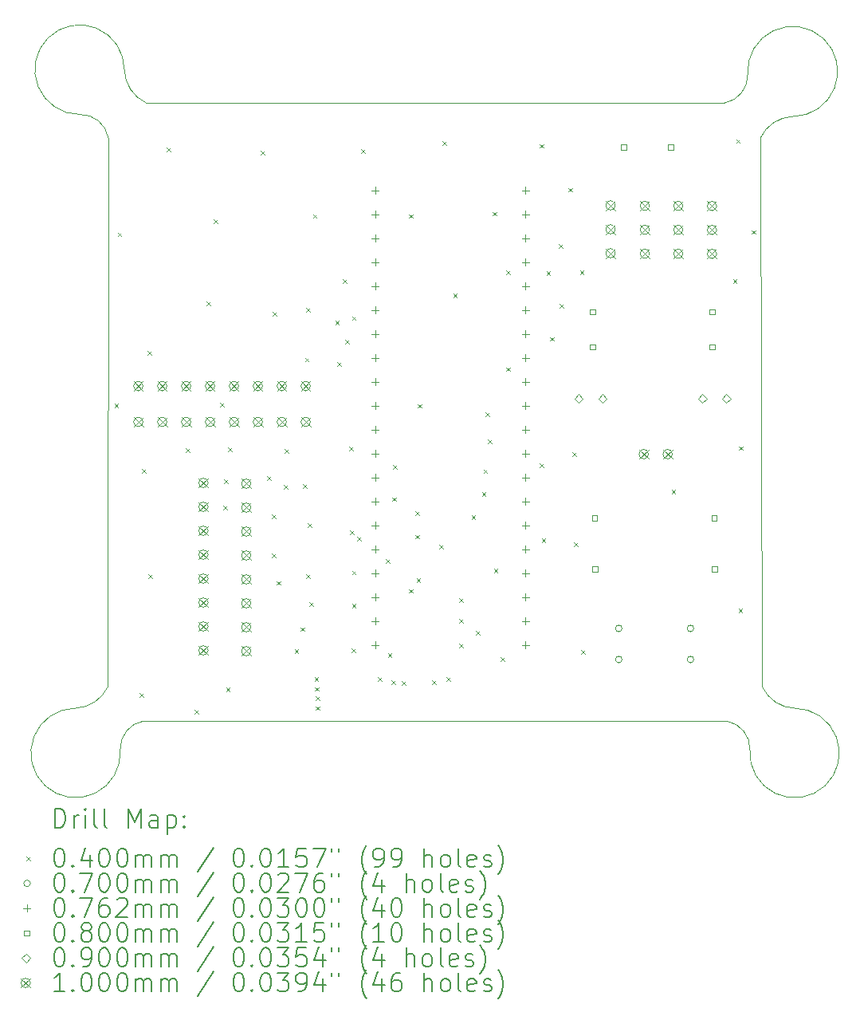
<source format=gbr>
%TF.GenerationSoftware,KiCad,Pcbnew,7.0.7*%
%TF.CreationDate,2024-06-07T19:14:17+02:00*%
%TF.ProjectId,stm32-drone,73746d33-322d-4647-926f-6e652e6b6963,rev?*%
%TF.SameCoordinates,Original*%
%TF.FileFunction,Drillmap*%
%TF.FilePolarity,Positive*%
%FSLAX45Y45*%
G04 Gerber Fmt 4.5, Leading zero omitted, Abs format (unit mm)*
G04 Created by KiCad (PCBNEW 7.0.7) date 2024-06-07 19:14:17*
%MOMM*%
%LPD*%
G01*
G04 APERTURE LIST*
%ADD10C,0.100000*%
%ADD11C,0.200000*%
%ADD12C,0.040000*%
%ADD13C,0.070000*%
%ADD14C,0.076200*%
%ADD15C,0.080000*%
%ADD16C,0.090000*%
G04 APERTURE END LIST*
D10*
X9735421Y-6540000D02*
G75*
G03*
X9260000Y-7015421I-475421J0D01*
G01*
X9565531Y-7264910D02*
X9559721Y-13093069D01*
X16835000Y-7037602D02*
G75*
G03*
X16492031Y-7265000I16430J-397118D01*
G01*
X16380908Y-13759475D02*
G75*
G03*
X16855000Y-13319579I474092J-35525D01*
G01*
X9565531Y-7264910D02*
G75*
G03*
X9260000Y-7015421I-295531J-50090D01*
G01*
X16107917Y-6894987D02*
G75*
G03*
X16357406Y-6589454I-50097J295537D01*
G01*
X9217665Y-13319038D02*
G75*
G03*
X9691757Y-13758934I0J-475421D01*
G01*
X9217665Y-13319034D02*
G75*
G03*
X9559720Y-13093069I-14995J394575D01*
G01*
X9940000Y-13455000D02*
X16132665Y-13455541D01*
X9940001Y-13455005D02*
G75*
G03*
X9691757Y-13758934I49829J-294045D01*
G01*
X16835000Y-7037601D02*
G75*
G03*
X16357406Y-6589454I0J478562D01*
G01*
X16380908Y-13759475D02*
G75*
G03*
X16132665Y-13455541I-298078J9885D01*
G01*
X9964324Y-6891432D02*
X16107917Y-6894985D01*
X16492031Y-7265000D02*
X16512945Y-13093609D01*
X16512945Y-13093609D02*
G75*
G03*
X16855000Y-13319579I357055J168610D01*
G01*
X9735421Y-6540000D02*
G75*
G03*
X9964324Y-6891432I399579J10000D01*
G01*
D11*
D12*
X9630000Y-10085000D02*
X9670000Y-10125000D01*
X9670000Y-10085000D02*
X9630000Y-10125000D01*
X9665000Y-8270000D02*
X9705000Y-8310000D01*
X9705000Y-8270000D02*
X9665000Y-8310000D01*
X9895000Y-13160000D02*
X9935000Y-13200000D01*
X9935000Y-13160000D02*
X9895000Y-13200000D01*
X9920000Y-10780000D02*
X9960000Y-10820000D01*
X9960000Y-10780000D02*
X9920000Y-10820000D01*
X9980000Y-9525000D02*
X10020000Y-9565000D01*
X10020000Y-9525000D02*
X9980000Y-9565000D01*
X9990000Y-11895000D02*
X10030000Y-11935000D01*
X10030000Y-11895000D02*
X9990000Y-11935000D01*
X10185000Y-7370000D02*
X10225000Y-7410000D01*
X10225000Y-7370000D02*
X10185000Y-7410000D01*
X10390000Y-10560000D02*
X10430000Y-10600000D01*
X10430000Y-10560000D02*
X10390000Y-10600000D01*
X10480000Y-13335000D02*
X10520000Y-13375000D01*
X10520000Y-13335000D02*
X10480000Y-13375000D01*
X10610000Y-9000000D02*
X10650000Y-9040000D01*
X10650000Y-9000000D02*
X10610000Y-9040000D01*
X10685000Y-8130000D02*
X10725000Y-8170000D01*
X10725000Y-8130000D02*
X10685000Y-8170000D01*
X10755000Y-10075000D02*
X10795000Y-10115000D01*
X10795000Y-10075000D02*
X10755000Y-10115000D01*
X10785000Y-11170000D02*
X10825000Y-11210000D01*
X10825000Y-11170000D02*
X10785000Y-11210000D01*
X10795000Y-10890000D02*
X10835000Y-10930000D01*
X10835000Y-10890000D02*
X10795000Y-10930000D01*
X10815000Y-13100000D02*
X10855000Y-13140000D01*
X10855000Y-13100000D02*
X10815000Y-13140000D01*
X10840000Y-10550000D02*
X10880000Y-10590000D01*
X10880000Y-10550000D02*
X10840000Y-10590000D01*
X11185000Y-7405000D02*
X11225000Y-7445000D01*
X11225000Y-7405000D02*
X11185000Y-7445000D01*
X11255000Y-10855000D02*
X11295000Y-10895000D01*
X11295000Y-10855000D02*
X11255000Y-10895000D01*
X11300000Y-11675000D02*
X11340000Y-11715000D01*
X11340000Y-11675000D02*
X11300000Y-11715000D01*
X11305000Y-11265000D02*
X11345000Y-11305000D01*
X11345000Y-11265000D02*
X11305000Y-11305000D01*
X11310000Y-9110000D02*
X11350000Y-9150000D01*
X11350000Y-9110000D02*
X11310000Y-9150000D01*
X11355000Y-11970000D02*
X11395000Y-12010000D01*
X11395000Y-11970000D02*
X11355000Y-12010000D01*
X11430000Y-10950000D02*
X11470000Y-10990000D01*
X11470000Y-10950000D02*
X11430000Y-10990000D01*
X11440000Y-10570000D02*
X11480000Y-10610000D01*
X11480000Y-10570000D02*
X11440000Y-10610000D01*
X11545000Y-12695000D02*
X11585000Y-12735000D01*
X11585000Y-12695000D02*
X11545000Y-12735000D01*
X11605000Y-12460000D02*
X11645000Y-12500000D01*
X11645000Y-12460000D02*
X11605000Y-12500000D01*
X11635000Y-10940000D02*
X11675000Y-10980000D01*
X11675000Y-10940000D02*
X11635000Y-10980000D01*
X11655000Y-9600000D02*
X11695000Y-9640000D01*
X11695000Y-9600000D02*
X11655000Y-9640000D01*
X11665000Y-9070000D02*
X11705000Y-9110000D01*
X11705000Y-9070000D02*
X11665000Y-9110000D01*
X11665000Y-11895000D02*
X11705000Y-11935000D01*
X11705000Y-11895000D02*
X11665000Y-11935000D01*
X11685000Y-11355000D02*
X11725000Y-11395000D01*
X11725000Y-11355000D02*
X11685000Y-11395000D01*
X11700000Y-12195000D02*
X11740000Y-12235000D01*
X11740000Y-12195000D02*
X11700000Y-12235000D01*
X11740000Y-8075000D02*
X11780000Y-8115000D01*
X11780000Y-8075000D02*
X11740000Y-8115000D01*
X11755000Y-12990000D02*
X11795000Y-13030000D01*
X11795000Y-12990000D02*
X11755000Y-13030000D01*
X11760000Y-13095000D02*
X11800000Y-13135000D01*
X11800000Y-13095000D02*
X11760000Y-13135000D01*
X11770000Y-13195000D02*
X11810000Y-13235000D01*
X11810000Y-13195000D02*
X11770000Y-13235000D01*
X11770000Y-13300000D02*
X11810000Y-13340000D01*
X11810000Y-13300000D02*
X11770000Y-13340000D01*
X11975000Y-9205000D02*
X12015000Y-9245000D01*
X12015000Y-9205000D02*
X11975000Y-9245000D01*
X11995000Y-9645000D02*
X12035000Y-9685000D01*
X12035000Y-9645000D02*
X11995000Y-9685000D01*
X12055000Y-8765000D02*
X12095000Y-8805000D01*
X12095000Y-8765000D02*
X12055000Y-8805000D01*
X12080000Y-9410000D02*
X12120000Y-9450000D01*
X12120000Y-9410000D02*
X12080000Y-9450000D01*
X12125000Y-10545000D02*
X12165000Y-10585000D01*
X12165000Y-10545000D02*
X12125000Y-10585000D01*
X12130000Y-11430000D02*
X12170000Y-11470000D01*
X12170000Y-11430000D02*
X12130000Y-11470000D01*
X12150000Y-12685000D02*
X12190000Y-12725000D01*
X12190000Y-12685000D02*
X12150000Y-12725000D01*
X12155000Y-9160000D02*
X12195000Y-9200000D01*
X12195000Y-9160000D02*
X12155000Y-9200000D01*
X12155000Y-11860000D02*
X12195000Y-11900000D01*
X12195000Y-11860000D02*
X12155000Y-11900000D01*
X12155000Y-12210000D02*
X12195000Y-12250000D01*
X12195000Y-12210000D02*
X12155000Y-12250000D01*
X12210000Y-11500000D02*
X12250000Y-11540000D01*
X12250000Y-11500000D02*
X12210000Y-11540000D01*
X12250000Y-7385000D02*
X12290000Y-7425000D01*
X12290000Y-7385000D02*
X12250000Y-7425000D01*
X12430000Y-12990000D02*
X12470000Y-13030000D01*
X12470000Y-12990000D02*
X12430000Y-13030000D01*
X12515000Y-11740000D02*
X12555000Y-11780000D01*
X12555000Y-11740000D02*
X12515000Y-11780000D01*
X12535000Y-12735000D02*
X12575000Y-12775000D01*
X12575000Y-12735000D02*
X12535000Y-12775000D01*
X12570000Y-13025000D02*
X12610000Y-13065000D01*
X12610000Y-13025000D02*
X12570000Y-13065000D01*
X12580000Y-11080000D02*
X12620000Y-11120000D01*
X12620000Y-11080000D02*
X12580000Y-11120000D01*
X12590000Y-10735000D02*
X12630000Y-10775000D01*
X12630000Y-10735000D02*
X12590000Y-10775000D01*
X12685000Y-13030000D02*
X12725000Y-13070000D01*
X12725000Y-13030000D02*
X12685000Y-13070000D01*
X12760000Y-8075000D02*
X12800000Y-8115000D01*
X12800000Y-8075000D02*
X12760000Y-8115000D01*
X12760000Y-12055000D02*
X12800000Y-12095000D01*
X12800000Y-12055000D02*
X12760000Y-12095000D01*
X12828730Y-11228730D02*
X12868730Y-11268730D01*
X12868730Y-11228730D02*
X12828730Y-11268730D01*
X12830000Y-11480000D02*
X12870000Y-11520000D01*
X12870000Y-11480000D02*
X12830000Y-11520000D01*
X12840000Y-11940000D02*
X12880000Y-11980000D01*
X12880000Y-11940000D02*
X12840000Y-11980000D01*
X12850000Y-10090000D02*
X12890000Y-10130000D01*
X12890000Y-10090000D02*
X12850000Y-10130000D01*
X13005000Y-13025000D02*
X13045000Y-13065000D01*
X13045000Y-13025000D02*
X13005000Y-13065000D01*
X13080000Y-11585000D02*
X13120000Y-11625000D01*
X13120000Y-11585000D02*
X13080000Y-11625000D01*
X13115000Y-7300000D02*
X13155000Y-7340000D01*
X13155000Y-7300000D02*
X13115000Y-7340000D01*
X13160000Y-12990000D02*
X13200000Y-13030000D01*
X13200000Y-12990000D02*
X13160000Y-13030000D01*
X13230000Y-8920000D02*
X13270000Y-8960000D01*
X13270000Y-8920000D02*
X13230000Y-8960000D01*
X13290000Y-12155000D02*
X13330000Y-12195000D01*
X13330000Y-12155000D02*
X13290000Y-12195000D01*
X13290000Y-12375000D02*
X13330000Y-12415000D01*
X13330000Y-12375000D02*
X13290000Y-12415000D01*
X13290000Y-12635000D02*
X13330000Y-12675000D01*
X13330000Y-12635000D02*
X13290000Y-12675000D01*
X13425000Y-11270000D02*
X13465000Y-11310000D01*
X13465000Y-11270000D02*
X13425000Y-11310000D01*
X13470000Y-12500000D02*
X13510000Y-12540000D01*
X13510000Y-12500000D02*
X13470000Y-12540000D01*
X13535000Y-11025000D02*
X13575000Y-11065000D01*
X13575000Y-11025000D02*
X13535000Y-11065000D01*
X13550000Y-10785000D02*
X13590000Y-10825000D01*
X13590000Y-10785000D02*
X13550000Y-10825000D01*
X13575000Y-10180000D02*
X13615000Y-10220000D01*
X13615000Y-10180000D02*
X13575000Y-10220000D01*
X13600000Y-10465000D02*
X13640000Y-10505000D01*
X13640000Y-10465000D02*
X13600000Y-10505000D01*
X13650000Y-8050000D02*
X13690000Y-8090000D01*
X13690000Y-8050000D02*
X13650000Y-8090000D01*
X13660000Y-11840000D02*
X13700000Y-11880000D01*
X13700000Y-11840000D02*
X13660000Y-11880000D01*
X13730000Y-12780000D02*
X13770000Y-12820000D01*
X13770000Y-12780000D02*
X13730000Y-12820000D01*
X13790000Y-8670000D02*
X13830000Y-8710000D01*
X13830000Y-8670000D02*
X13790000Y-8710000D01*
X13790000Y-9700000D02*
X13830000Y-9740000D01*
X13830000Y-9700000D02*
X13790000Y-9740000D01*
X14145000Y-7330000D02*
X14185000Y-7370000D01*
X14185000Y-7330000D02*
X14145000Y-7370000D01*
X14150000Y-10720000D02*
X14190000Y-10760000D01*
X14190000Y-10720000D02*
X14150000Y-10760000D01*
X14170000Y-11520000D02*
X14210000Y-11560000D01*
X14210000Y-11520000D02*
X14170000Y-11560000D01*
X14220000Y-8680000D02*
X14260000Y-8720000D01*
X14260000Y-8680000D02*
X14220000Y-8720000D01*
X14260000Y-9380000D02*
X14300000Y-9420000D01*
X14300000Y-9380000D02*
X14260000Y-9420000D01*
X14350000Y-8390000D02*
X14390000Y-8430000D01*
X14390000Y-8390000D02*
X14350000Y-8430000D01*
X14360000Y-9030000D02*
X14400000Y-9070000D01*
X14400000Y-9030000D02*
X14360000Y-9070000D01*
X14455000Y-7795000D02*
X14495000Y-7835000D01*
X14495000Y-7795000D02*
X14455000Y-7835000D01*
X14495000Y-10600000D02*
X14535000Y-10640000D01*
X14535000Y-10600000D02*
X14495000Y-10640000D01*
X14510000Y-11560000D02*
X14550000Y-11600000D01*
X14550000Y-11560000D02*
X14510000Y-11600000D01*
X14575000Y-8675000D02*
X14615000Y-8715000D01*
X14615000Y-8675000D02*
X14575000Y-8715000D01*
X14590000Y-12700000D02*
X14630000Y-12740000D01*
X14630000Y-12700000D02*
X14590000Y-12740000D01*
X15550000Y-11000000D02*
X15590000Y-11040000D01*
X15590000Y-11000000D02*
X15550000Y-11040000D01*
X16200000Y-8765000D02*
X16240000Y-8805000D01*
X16240000Y-8765000D02*
X16200000Y-8805000D01*
X16235000Y-7280000D02*
X16275000Y-7320000D01*
X16275000Y-7280000D02*
X16235000Y-7320000D01*
X16260000Y-12260000D02*
X16300000Y-12300000D01*
X16300000Y-12260000D02*
X16260000Y-12300000D01*
X16265000Y-10540000D02*
X16305000Y-10580000D01*
X16305000Y-10540000D02*
X16265000Y-10580000D01*
X16400000Y-8245000D02*
X16440000Y-8285000D01*
X16440000Y-8245000D02*
X16400000Y-8285000D01*
D13*
X15023000Y-12472000D02*
G75*
G03*
X15023000Y-12472000I-35000J0D01*
G01*
X15023000Y-12802000D02*
G75*
G03*
X15023000Y-12802000I-35000J0D01*
G01*
X15785000Y-12472000D02*
G75*
G03*
X15785000Y-12472000I-35000J0D01*
G01*
X15785000Y-12802000D02*
G75*
G03*
X15785000Y-12802000I-35000J0D01*
G01*
D14*
X12400000Y-7783900D02*
X12400000Y-7860100D01*
X12361900Y-7822000D02*
X12438100Y-7822000D01*
X12400000Y-8037900D02*
X12400000Y-8114100D01*
X12361900Y-8076000D02*
X12438100Y-8076000D01*
X12400000Y-8291900D02*
X12400000Y-8368100D01*
X12361900Y-8330000D02*
X12438100Y-8330000D01*
X12400000Y-8545900D02*
X12400000Y-8622100D01*
X12361900Y-8584000D02*
X12438100Y-8584000D01*
X12400000Y-8799900D02*
X12400000Y-8876100D01*
X12361900Y-8838000D02*
X12438100Y-8838000D01*
X12400000Y-9053900D02*
X12400000Y-9130100D01*
X12361900Y-9092000D02*
X12438100Y-9092000D01*
X12400000Y-9307900D02*
X12400000Y-9384100D01*
X12361900Y-9346000D02*
X12438100Y-9346000D01*
X12400000Y-9561900D02*
X12400000Y-9638100D01*
X12361900Y-9600000D02*
X12438100Y-9600000D01*
X12400000Y-9815900D02*
X12400000Y-9892100D01*
X12361900Y-9854000D02*
X12438100Y-9854000D01*
X12400000Y-10069900D02*
X12400000Y-10146100D01*
X12361900Y-10108000D02*
X12438100Y-10108000D01*
X12400000Y-10323900D02*
X12400000Y-10400100D01*
X12361900Y-10362000D02*
X12438100Y-10362000D01*
X12400000Y-10577900D02*
X12400000Y-10654100D01*
X12361900Y-10616000D02*
X12438100Y-10616000D01*
X12400000Y-10831900D02*
X12400000Y-10908100D01*
X12361900Y-10870000D02*
X12438100Y-10870000D01*
X12400000Y-11085900D02*
X12400000Y-11162100D01*
X12361900Y-11124000D02*
X12438100Y-11124000D01*
X12400000Y-11339900D02*
X12400000Y-11416100D01*
X12361900Y-11378000D02*
X12438100Y-11378000D01*
X12400000Y-11593900D02*
X12400000Y-11670100D01*
X12361900Y-11632000D02*
X12438100Y-11632000D01*
X12400000Y-11847900D02*
X12400000Y-11924100D01*
X12361900Y-11886000D02*
X12438100Y-11886000D01*
X12400000Y-12101900D02*
X12400000Y-12178100D01*
X12361900Y-12140000D02*
X12438100Y-12140000D01*
X12400000Y-12355900D02*
X12400000Y-12432100D01*
X12361900Y-12394000D02*
X12438100Y-12394000D01*
X12400000Y-12609900D02*
X12400000Y-12686100D01*
X12361900Y-12648000D02*
X12438100Y-12648000D01*
X13995000Y-7783900D02*
X13995000Y-7860100D01*
X13956900Y-7822000D02*
X14033100Y-7822000D01*
X13995000Y-8037900D02*
X13995000Y-8114100D01*
X13956900Y-8076000D02*
X14033100Y-8076000D01*
X13995000Y-8291900D02*
X13995000Y-8368100D01*
X13956900Y-8330000D02*
X14033100Y-8330000D01*
X13995000Y-8545900D02*
X13995000Y-8622100D01*
X13956900Y-8584000D02*
X14033100Y-8584000D01*
X13995000Y-8799900D02*
X13995000Y-8876100D01*
X13956900Y-8838000D02*
X14033100Y-8838000D01*
X13995000Y-9053900D02*
X13995000Y-9130100D01*
X13956900Y-9092000D02*
X14033100Y-9092000D01*
X13995000Y-9307900D02*
X13995000Y-9384100D01*
X13956900Y-9346000D02*
X14033100Y-9346000D01*
X13995000Y-9561900D02*
X13995000Y-9638100D01*
X13956900Y-9600000D02*
X14033100Y-9600000D01*
X13995000Y-9815900D02*
X13995000Y-9892100D01*
X13956900Y-9854000D02*
X14033100Y-9854000D01*
X13995000Y-10069900D02*
X13995000Y-10146100D01*
X13956900Y-10108000D02*
X14033100Y-10108000D01*
X13995000Y-10323900D02*
X13995000Y-10400100D01*
X13956900Y-10362000D02*
X14033100Y-10362000D01*
X13995000Y-10577900D02*
X13995000Y-10654100D01*
X13956900Y-10616000D02*
X14033100Y-10616000D01*
X13995000Y-10831900D02*
X13995000Y-10908100D01*
X13956900Y-10870000D02*
X14033100Y-10870000D01*
X13995000Y-11085900D02*
X13995000Y-11162100D01*
X13956900Y-11124000D02*
X14033100Y-11124000D01*
X13995000Y-11339900D02*
X13995000Y-11416100D01*
X13956900Y-11378000D02*
X14033100Y-11378000D01*
X13995000Y-11593900D02*
X13995000Y-11670100D01*
X13956900Y-11632000D02*
X14033100Y-11632000D01*
X13995000Y-11847900D02*
X13995000Y-11924100D01*
X13956900Y-11886000D02*
X14033100Y-11886000D01*
X13995000Y-12101900D02*
X13995000Y-12178100D01*
X13956900Y-12140000D02*
X14033100Y-12140000D01*
X13995000Y-12355900D02*
X13995000Y-12432100D01*
X13956900Y-12394000D02*
X14033100Y-12394000D01*
X13995000Y-12609900D02*
X13995000Y-12686100D01*
X13956900Y-12648000D02*
X14033100Y-12648000D01*
D15*
X14738284Y-9138285D02*
X14738284Y-9081716D01*
X14681715Y-9081716D01*
X14681715Y-9138285D01*
X14738284Y-9138285D01*
X14738284Y-9513285D02*
X14738284Y-9456716D01*
X14681715Y-9456716D01*
X14681715Y-9513285D01*
X14738284Y-9513285D01*
X14758284Y-11330284D02*
X14758284Y-11273715D01*
X14701715Y-11273715D01*
X14701715Y-11330284D01*
X14758284Y-11330284D01*
X14763284Y-11870284D02*
X14763284Y-11813715D01*
X14706715Y-11813715D01*
X14706715Y-11870284D01*
X14763284Y-11870284D01*
X15068284Y-7393284D02*
X15068284Y-7336715D01*
X15011715Y-7336715D01*
X15011715Y-7393284D01*
X15068284Y-7393284D01*
X15568284Y-7393284D02*
X15568284Y-7336715D01*
X15511715Y-7336715D01*
X15511715Y-7393284D01*
X15568284Y-7393284D01*
X16008284Y-9138285D02*
X16008284Y-9081716D01*
X15951715Y-9081716D01*
X15951715Y-9138285D01*
X16008284Y-9138285D01*
X16008284Y-9513285D02*
X16008284Y-9456716D01*
X15951715Y-9456716D01*
X15951715Y-9513285D01*
X16008284Y-9513285D01*
X16028284Y-11330284D02*
X16028284Y-11273715D01*
X15971715Y-11273715D01*
X15971715Y-11330284D01*
X16028284Y-11330284D01*
X16033284Y-11870284D02*
X16033284Y-11813715D01*
X15976715Y-11813715D01*
X15976715Y-11870284D01*
X16033284Y-11870284D01*
D16*
X14561000Y-10075000D02*
X14606000Y-10030000D01*
X14561000Y-9985000D01*
X14516000Y-10030000D01*
X14561000Y-10075000D01*
X14815000Y-10075000D02*
X14860000Y-10030000D01*
X14815000Y-9985000D01*
X14770000Y-10030000D01*
X14815000Y-10075000D01*
X15876000Y-10075000D02*
X15921000Y-10030000D01*
X15876000Y-9985000D01*
X15831000Y-10030000D01*
X15876000Y-10075000D01*
X16130000Y-10075000D02*
X16175000Y-10030000D01*
X16130000Y-9985000D01*
X16085000Y-10030000D01*
X16130000Y-10075000D01*
D10*
X9834000Y-9850000D02*
X9934000Y-9950000D01*
X9934000Y-9850000D02*
X9834000Y-9950000D01*
X9934000Y-9900000D02*
G75*
G03*
X9934000Y-9900000I-50000J0D01*
G01*
X9835000Y-10230000D02*
X9935000Y-10330000D01*
X9935000Y-10230000D02*
X9835000Y-10330000D01*
X9935000Y-10280000D02*
G75*
G03*
X9935000Y-10280000I-50000J0D01*
G01*
X10088000Y-9850000D02*
X10188000Y-9950000D01*
X10188000Y-9850000D02*
X10088000Y-9950000D01*
X10188000Y-9900000D02*
G75*
G03*
X10188000Y-9900000I-50000J0D01*
G01*
X10089000Y-10230000D02*
X10189000Y-10330000D01*
X10189000Y-10230000D02*
X10089000Y-10330000D01*
X10189000Y-10280000D02*
G75*
G03*
X10189000Y-10280000I-50000J0D01*
G01*
X10342000Y-9850000D02*
X10442000Y-9950000D01*
X10442000Y-9850000D02*
X10342000Y-9950000D01*
X10442000Y-9900000D02*
G75*
G03*
X10442000Y-9900000I-50000J0D01*
G01*
X10343000Y-10230000D02*
X10443000Y-10330000D01*
X10443000Y-10230000D02*
X10343000Y-10330000D01*
X10443000Y-10280000D02*
G75*
G03*
X10443000Y-10280000I-50000J0D01*
G01*
X10525000Y-10877000D02*
X10625000Y-10977000D01*
X10625000Y-10877000D02*
X10525000Y-10977000D01*
X10625000Y-10927000D02*
G75*
G03*
X10625000Y-10927000I-50000J0D01*
G01*
X10525000Y-11131000D02*
X10625000Y-11231000D01*
X10625000Y-11131000D02*
X10525000Y-11231000D01*
X10625000Y-11181000D02*
G75*
G03*
X10625000Y-11181000I-50000J0D01*
G01*
X10525000Y-11385000D02*
X10625000Y-11485000D01*
X10625000Y-11385000D02*
X10525000Y-11485000D01*
X10625000Y-11435000D02*
G75*
G03*
X10625000Y-11435000I-50000J0D01*
G01*
X10525000Y-11639000D02*
X10625000Y-11739000D01*
X10625000Y-11639000D02*
X10525000Y-11739000D01*
X10625000Y-11689000D02*
G75*
G03*
X10625000Y-11689000I-50000J0D01*
G01*
X10525000Y-11893000D02*
X10625000Y-11993000D01*
X10625000Y-11893000D02*
X10525000Y-11993000D01*
X10625000Y-11943000D02*
G75*
G03*
X10625000Y-11943000I-50000J0D01*
G01*
X10525000Y-12147000D02*
X10625000Y-12247000D01*
X10625000Y-12147000D02*
X10525000Y-12247000D01*
X10625000Y-12197000D02*
G75*
G03*
X10625000Y-12197000I-50000J0D01*
G01*
X10525000Y-12401000D02*
X10625000Y-12501000D01*
X10625000Y-12401000D02*
X10525000Y-12501000D01*
X10625000Y-12451000D02*
G75*
G03*
X10625000Y-12451000I-50000J0D01*
G01*
X10525000Y-12655000D02*
X10625000Y-12755000D01*
X10625000Y-12655000D02*
X10525000Y-12755000D01*
X10625000Y-12705000D02*
G75*
G03*
X10625000Y-12705000I-50000J0D01*
G01*
X10596000Y-9850000D02*
X10696000Y-9950000D01*
X10696000Y-9850000D02*
X10596000Y-9950000D01*
X10696000Y-9900000D02*
G75*
G03*
X10696000Y-9900000I-50000J0D01*
G01*
X10597000Y-10230000D02*
X10697000Y-10330000D01*
X10697000Y-10230000D02*
X10597000Y-10330000D01*
X10697000Y-10280000D02*
G75*
G03*
X10697000Y-10280000I-50000J0D01*
G01*
X10850000Y-9850000D02*
X10950000Y-9950000D01*
X10950000Y-9850000D02*
X10850000Y-9950000D01*
X10950000Y-9900000D02*
G75*
G03*
X10950000Y-9900000I-50000J0D01*
G01*
X10851000Y-10230000D02*
X10951000Y-10330000D01*
X10951000Y-10230000D02*
X10851000Y-10330000D01*
X10951000Y-10280000D02*
G75*
G03*
X10951000Y-10280000I-50000J0D01*
G01*
X10980000Y-10885000D02*
X11080000Y-10985000D01*
X11080000Y-10885000D02*
X10980000Y-10985000D01*
X11080000Y-10935000D02*
G75*
G03*
X11080000Y-10935000I-50000J0D01*
G01*
X10980000Y-11139000D02*
X11080000Y-11239000D01*
X11080000Y-11139000D02*
X10980000Y-11239000D01*
X11080000Y-11189000D02*
G75*
G03*
X11080000Y-11189000I-50000J0D01*
G01*
X10980000Y-11393000D02*
X11080000Y-11493000D01*
X11080000Y-11393000D02*
X10980000Y-11493000D01*
X11080000Y-11443000D02*
G75*
G03*
X11080000Y-11443000I-50000J0D01*
G01*
X10980000Y-11647000D02*
X11080000Y-11747000D01*
X11080000Y-11647000D02*
X10980000Y-11747000D01*
X11080000Y-11697000D02*
G75*
G03*
X11080000Y-11697000I-50000J0D01*
G01*
X10980000Y-11901000D02*
X11080000Y-12001000D01*
X11080000Y-11901000D02*
X10980000Y-12001000D01*
X11080000Y-11951000D02*
G75*
G03*
X11080000Y-11951000I-50000J0D01*
G01*
X10980000Y-12155000D02*
X11080000Y-12255000D01*
X11080000Y-12155000D02*
X10980000Y-12255000D01*
X11080000Y-12205000D02*
G75*
G03*
X11080000Y-12205000I-50000J0D01*
G01*
X10980000Y-12409000D02*
X11080000Y-12509000D01*
X11080000Y-12409000D02*
X10980000Y-12509000D01*
X11080000Y-12459000D02*
G75*
G03*
X11080000Y-12459000I-50000J0D01*
G01*
X10980000Y-12663000D02*
X11080000Y-12763000D01*
X11080000Y-12663000D02*
X10980000Y-12763000D01*
X11080000Y-12713000D02*
G75*
G03*
X11080000Y-12713000I-50000J0D01*
G01*
X11104000Y-9850000D02*
X11204000Y-9950000D01*
X11204000Y-9850000D02*
X11104000Y-9950000D01*
X11204000Y-9900000D02*
G75*
G03*
X11204000Y-9900000I-50000J0D01*
G01*
X11105000Y-10230000D02*
X11205000Y-10330000D01*
X11205000Y-10230000D02*
X11105000Y-10330000D01*
X11205000Y-10280000D02*
G75*
G03*
X11205000Y-10280000I-50000J0D01*
G01*
X11358000Y-9850000D02*
X11458000Y-9950000D01*
X11458000Y-9850000D02*
X11358000Y-9950000D01*
X11458000Y-9900000D02*
G75*
G03*
X11458000Y-9900000I-50000J0D01*
G01*
X11359000Y-10230000D02*
X11459000Y-10330000D01*
X11459000Y-10230000D02*
X11359000Y-10330000D01*
X11459000Y-10280000D02*
G75*
G03*
X11459000Y-10280000I-50000J0D01*
G01*
X11612000Y-9850000D02*
X11712000Y-9950000D01*
X11712000Y-9850000D02*
X11612000Y-9950000D01*
X11712000Y-9900000D02*
G75*
G03*
X11712000Y-9900000I-50000J0D01*
G01*
X11613000Y-10230000D02*
X11713000Y-10330000D01*
X11713000Y-10230000D02*
X11613000Y-10330000D01*
X11713000Y-10280000D02*
G75*
G03*
X11713000Y-10280000I-50000J0D01*
G01*
X14850000Y-7932000D02*
X14950000Y-8032000D01*
X14950000Y-7932000D02*
X14850000Y-8032000D01*
X14950000Y-7982000D02*
G75*
G03*
X14950000Y-7982000I-50000J0D01*
G01*
X14850000Y-8186000D02*
X14950000Y-8286000D01*
X14950000Y-8186000D02*
X14850000Y-8286000D01*
X14950000Y-8236000D02*
G75*
G03*
X14950000Y-8236000I-50000J0D01*
G01*
X14850000Y-8440000D02*
X14950000Y-8540000D01*
X14950000Y-8440000D02*
X14850000Y-8540000D01*
X14950000Y-8490000D02*
G75*
G03*
X14950000Y-8490000I-50000J0D01*
G01*
X15202500Y-10572000D02*
X15302500Y-10672000D01*
X15302500Y-10572000D02*
X15202500Y-10672000D01*
X15302500Y-10622000D02*
G75*
G03*
X15302500Y-10622000I-50000J0D01*
G01*
X15215000Y-7936000D02*
X15315000Y-8036000D01*
X15315000Y-7936000D02*
X15215000Y-8036000D01*
X15315000Y-7986000D02*
G75*
G03*
X15315000Y-7986000I-50000J0D01*
G01*
X15215000Y-8190000D02*
X15315000Y-8290000D01*
X15315000Y-8190000D02*
X15215000Y-8290000D01*
X15315000Y-8240000D02*
G75*
G03*
X15315000Y-8240000I-50000J0D01*
G01*
X15215000Y-8444000D02*
X15315000Y-8544000D01*
X15315000Y-8444000D02*
X15215000Y-8544000D01*
X15315000Y-8494000D02*
G75*
G03*
X15315000Y-8494000I-50000J0D01*
G01*
X15456500Y-10572000D02*
X15556500Y-10672000D01*
X15556500Y-10572000D02*
X15456500Y-10672000D01*
X15556500Y-10622000D02*
G75*
G03*
X15556500Y-10622000I-50000J0D01*
G01*
X15570000Y-7937000D02*
X15670000Y-8037000D01*
X15670000Y-7937000D02*
X15570000Y-8037000D01*
X15670000Y-7987000D02*
G75*
G03*
X15670000Y-7987000I-50000J0D01*
G01*
X15570000Y-8191000D02*
X15670000Y-8291000D01*
X15670000Y-8191000D02*
X15570000Y-8291000D01*
X15670000Y-8241000D02*
G75*
G03*
X15670000Y-8241000I-50000J0D01*
G01*
X15570000Y-8445000D02*
X15670000Y-8545000D01*
X15670000Y-8445000D02*
X15570000Y-8545000D01*
X15670000Y-8495000D02*
G75*
G03*
X15670000Y-8495000I-50000J0D01*
G01*
X15927500Y-7937500D02*
X16027500Y-8037500D01*
X16027500Y-7937500D02*
X15927500Y-8037500D01*
X16027500Y-7987500D02*
G75*
G03*
X16027500Y-7987500I-50000J0D01*
G01*
X15927500Y-8191500D02*
X16027500Y-8291500D01*
X16027500Y-8191500D02*
X15927500Y-8291500D01*
X16027500Y-8241500D02*
G75*
G03*
X16027500Y-8241500I-50000J0D01*
G01*
X15927500Y-8445500D02*
X16027500Y-8545500D01*
X16027500Y-8445500D02*
X15927500Y-8545500D01*
X16027500Y-8495500D02*
G75*
G03*
X16027500Y-8495500I-50000J0D01*
G01*
D11*
X8998021Y-14586905D02*
X8998021Y-14386905D01*
X8998021Y-14386905D02*
X9045640Y-14386905D01*
X9045640Y-14386905D02*
X9074212Y-14396428D01*
X9074212Y-14396428D02*
X9093259Y-14415476D01*
X9093259Y-14415476D02*
X9102783Y-14434524D01*
X9102783Y-14434524D02*
X9112307Y-14472619D01*
X9112307Y-14472619D02*
X9112307Y-14501190D01*
X9112307Y-14501190D02*
X9102783Y-14539285D01*
X9102783Y-14539285D02*
X9093259Y-14558333D01*
X9093259Y-14558333D02*
X9074212Y-14577381D01*
X9074212Y-14577381D02*
X9045640Y-14586905D01*
X9045640Y-14586905D02*
X8998021Y-14586905D01*
X9198021Y-14586905D02*
X9198021Y-14453571D01*
X9198021Y-14491666D02*
X9207545Y-14472619D01*
X9207545Y-14472619D02*
X9217069Y-14463095D01*
X9217069Y-14463095D02*
X9236116Y-14453571D01*
X9236116Y-14453571D02*
X9255164Y-14453571D01*
X9321831Y-14586905D02*
X9321831Y-14453571D01*
X9321831Y-14386905D02*
X9312307Y-14396428D01*
X9312307Y-14396428D02*
X9321831Y-14405952D01*
X9321831Y-14405952D02*
X9331354Y-14396428D01*
X9331354Y-14396428D02*
X9321831Y-14386905D01*
X9321831Y-14386905D02*
X9321831Y-14405952D01*
X9445640Y-14586905D02*
X9426592Y-14577381D01*
X9426592Y-14577381D02*
X9417069Y-14558333D01*
X9417069Y-14558333D02*
X9417069Y-14386905D01*
X9550402Y-14586905D02*
X9531354Y-14577381D01*
X9531354Y-14577381D02*
X9521831Y-14558333D01*
X9521831Y-14558333D02*
X9521831Y-14386905D01*
X9778973Y-14586905D02*
X9778973Y-14386905D01*
X9778973Y-14386905D02*
X9845640Y-14529762D01*
X9845640Y-14529762D02*
X9912307Y-14386905D01*
X9912307Y-14386905D02*
X9912307Y-14586905D01*
X10093259Y-14586905D02*
X10093259Y-14482143D01*
X10093259Y-14482143D02*
X10083735Y-14463095D01*
X10083735Y-14463095D02*
X10064688Y-14453571D01*
X10064688Y-14453571D02*
X10026592Y-14453571D01*
X10026592Y-14453571D02*
X10007545Y-14463095D01*
X10093259Y-14577381D02*
X10074212Y-14586905D01*
X10074212Y-14586905D02*
X10026592Y-14586905D01*
X10026592Y-14586905D02*
X10007545Y-14577381D01*
X10007545Y-14577381D02*
X9998021Y-14558333D01*
X9998021Y-14558333D02*
X9998021Y-14539285D01*
X9998021Y-14539285D02*
X10007545Y-14520238D01*
X10007545Y-14520238D02*
X10026592Y-14510714D01*
X10026592Y-14510714D02*
X10074212Y-14510714D01*
X10074212Y-14510714D02*
X10093259Y-14501190D01*
X10188497Y-14453571D02*
X10188497Y-14653571D01*
X10188497Y-14463095D02*
X10207545Y-14453571D01*
X10207545Y-14453571D02*
X10245640Y-14453571D01*
X10245640Y-14453571D02*
X10264688Y-14463095D01*
X10264688Y-14463095D02*
X10274212Y-14472619D01*
X10274212Y-14472619D02*
X10283735Y-14491666D01*
X10283735Y-14491666D02*
X10283735Y-14548809D01*
X10283735Y-14548809D02*
X10274212Y-14567857D01*
X10274212Y-14567857D02*
X10264688Y-14577381D01*
X10264688Y-14577381D02*
X10245640Y-14586905D01*
X10245640Y-14586905D02*
X10207545Y-14586905D01*
X10207545Y-14586905D02*
X10188497Y-14577381D01*
X10369450Y-14567857D02*
X10378973Y-14577381D01*
X10378973Y-14577381D02*
X10369450Y-14586905D01*
X10369450Y-14586905D02*
X10359926Y-14577381D01*
X10359926Y-14577381D02*
X10369450Y-14567857D01*
X10369450Y-14567857D02*
X10369450Y-14586905D01*
X10369450Y-14463095D02*
X10378973Y-14472619D01*
X10378973Y-14472619D02*
X10369450Y-14482143D01*
X10369450Y-14482143D02*
X10359926Y-14472619D01*
X10359926Y-14472619D02*
X10369450Y-14463095D01*
X10369450Y-14463095D02*
X10369450Y-14482143D01*
D12*
X8697244Y-14895421D02*
X8737244Y-14935421D01*
X8737244Y-14895421D02*
X8697244Y-14935421D01*
D11*
X9036116Y-14806905D02*
X9055164Y-14806905D01*
X9055164Y-14806905D02*
X9074212Y-14816428D01*
X9074212Y-14816428D02*
X9083735Y-14825952D01*
X9083735Y-14825952D02*
X9093259Y-14845000D01*
X9093259Y-14845000D02*
X9102783Y-14883095D01*
X9102783Y-14883095D02*
X9102783Y-14930714D01*
X9102783Y-14930714D02*
X9093259Y-14968809D01*
X9093259Y-14968809D02*
X9083735Y-14987857D01*
X9083735Y-14987857D02*
X9074212Y-14997381D01*
X9074212Y-14997381D02*
X9055164Y-15006905D01*
X9055164Y-15006905D02*
X9036116Y-15006905D01*
X9036116Y-15006905D02*
X9017069Y-14997381D01*
X9017069Y-14997381D02*
X9007545Y-14987857D01*
X9007545Y-14987857D02*
X8998021Y-14968809D01*
X8998021Y-14968809D02*
X8988497Y-14930714D01*
X8988497Y-14930714D02*
X8988497Y-14883095D01*
X8988497Y-14883095D02*
X8998021Y-14845000D01*
X8998021Y-14845000D02*
X9007545Y-14825952D01*
X9007545Y-14825952D02*
X9017069Y-14816428D01*
X9017069Y-14816428D02*
X9036116Y-14806905D01*
X9188497Y-14987857D02*
X9198021Y-14997381D01*
X9198021Y-14997381D02*
X9188497Y-15006905D01*
X9188497Y-15006905D02*
X9178973Y-14997381D01*
X9178973Y-14997381D02*
X9188497Y-14987857D01*
X9188497Y-14987857D02*
X9188497Y-15006905D01*
X9369450Y-14873571D02*
X9369450Y-15006905D01*
X9321831Y-14797381D02*
X9274212Y-14940238D01*
X9274212Y-14940238D02*
X9398021Y-14940238D01*
X9512307Y-14806905D02*
X9531354Y-14806905D01*
X9531354Y-14806905D02*
X9550402Y-14816428D01*
X9550402Y-14816428D02*
X9559926Y-14825952D01*
X9559926Y-14825952D02*
X9569450Y-14845000D01*
X9569450Y-14845000D02*
X9578973Y-14883095D01*
X9578973Y-14883095D02*
X9578973Y-14930714D01*
X9578973Y-14930714D02*
X9569450Y-14968809D01*
X9569450Y-14968809D02*
X9559926Y-14987857D01*
X9559926Y-14987857D02*
X9550402Y-14997381D01*
X9550402Y-14997381D02*
X9531354Y-15006905D01*
X9531354Y-15006905D02*
X9512307Y-15006905D01*
X9512307Y-15006905D02*
X9493259Y-14997381D01*
X9493259Y-14997381D02*
X9483735Y-14987857D01*
X9483735Y-14987857D02*
X9474212Y-14968809D01*
X9474212Y-14968809D02*
X9464688Y-14930714D01*
X9464688Y-14930714D02*
X9464688Y-14883095D01*
X9464688Y-14883095D02*
X9474212Y-14845000D01*
X9474212Y-14845000D02*
X9483735Y-14825952D01*
X9483735Y-14825952D02*
X9493259Y-14816428D01*
X9493259Y-14816428D02*
X9512307Y-14806905D01*
X9702783Y-14806905D02*
X9721831Y-14806905D01*
X9721831Y-14806905D02*
X9740878Y-14816428D01*
X9740878Y-14816428D02*
X9750402Y-14825952D01*
X9750402Y-14825952D02*
X9759926Y-14845000D01*
X9759926Y-14845000D02*
X9769450Y-14883095D01*
X9769450Y-14883095D02*
X9769450Y-14930714D01*
X9769450Y-14930714D02*
X9759926Y-14968809D01*
X9759926Y-14968809D02*
X9750402Y-14987857D01*
X9750402Y-14987857D02*
X9740878Y-14997381D01*
X9740878Y-14997381D02*
X9721831Y-15006905D01*
X9721831Y-15006905D02*
X9702783Y-15006905D01*
X9702783Y-15006905D02*
X9683735Y-14997381D01*
X9683735Y-14997381D02*
X9674212Y-14987857D01*
X9674212Y-14987857D02*
X9664688Y-14968809D01*
X9664688Y-14968809D02*
X9655164Y-14930714D01*
X9655164Y-14930714D02*
X9655164Y-14883095D01*
X9655164Y-14883095D02*
X9664688Y-14845000D01*
X9664688Y-14845000D02*
X9674212Y-14825952D01*
X9674212Y-14825952D02*
X9683735Y-14816428D01*
X9683735Y-14816428D02*
X9702783Y-14806905D01*
X9855164Y-15006905D02*
X9855164Y-14873571D01*
X9855164Y-14892619D02*
X9864688Y-14883095D01*
X9864688Y-14883095D02*
X9883735Y-14873571D01*
X9883735Y-14873571D02*
X9912307Y-14873571D01*
X9912307Y-14873571D02*
X9931354Y-14883095D01*
X9931354Y-14883095D02*
X9940878Y-14902143D01*
X9940878Y-14902143D02*
X9940878Y-15006905D01*
X9940878Y-14902143D02*
X9950402Y-14883095D01*
X9950402Y-14883095D02*
X9969450Y-14873571D01*
X9969450Y-14873571D02*
X9998021Y-14873571D01*
X9998021Y-14873571D02*
X10017069Y-14883095D01*
X10017069Y-14883095D02*
X10026593Y-14902143D01*
X10026593Y-14902143D02*
X10026593Y-15006905D01*
X10121831Y-15006905D02*
X10121831Y-14873571D01*
X10121831Y-14892619D02*
X10131354Y-14883095D01*
X10131354Y-14883095D02*
X10150402Y-14873571D01*
X10150402Y-14873571D02*
X10178974Y-14873571D01*
X10178974Y-14873571D02*
X10198021Y-14883095D01*
X10198021Y-14883095D02*
X10207545Y-14902143D01*
X10207545Y-14902143D02*
X10207545Y-15006905D01*
X10207545Y-14902143D02*
X10217069Y-14883095D01*
X10217069Y-14883095D02*
X10236116Y-14873571D01*
X10236116Y-14873571D02*
X10264688Y-14873571D01*
X10264688Y-14873571D02*
X10283735Y-14883095D01*
X10283735Y-14883095D02*
X10293259Y-14902143D01*
X10293259Y-14902143D02*
X10293259Y-15006905D01*
X10683735Y-14797381D02*
X10512307Y-15054524D01*
X10940878Y-14806905D02*
X10959926Y-14806905D01*
X10959926Y-14806905D02*
X10978974Y-14816428D01*
X10978974Y-14816428D02*
X10988497Y-14825952D01*
X10988497Y-14825952D02*
X10998021Y-14845000D01*
X10998021Y-14845000D02*
X11007545Y-14883095D01*
X11007545Y-14883095D02*
X11007545Y-14930714D01*
X11007545Y-14930714D02*
X10998021Y-14968809D01*
X10998021Y-14968809D02*
X10988497Y-14987857D01*
X10988497Y-14987857D02*
X10978974Y-14997381D01*
X10978974Y-14997381D02*
X10959926Y-15006905D01*
X10959926Y-15006905D02*
X10940878Y-15006905D01*
X10940878Y-15006905D02*
X10921831Y-14997381D01*
X10921831Y-14997381D02*
X10912307Y-14987857D01*
X10912307Y-14987857D02*
X10902783Y-14968809D01*
X10902783Y-14968809D02*
X10893259Y-14930714D01*
X10893259Y-14930714D02*
X10893259Y-14883095D01*
X10893259Y-14883095D02*
X10902783Y-14845000D01*
X10902783Y-14845000D02*
X10912307Y-14825952D01*
X10912307Y-14825952D02*
X10921831Y-14816428D01*
X10921831Y-14816428D02*
X10940878Y-14806905D01*
X11093259Y-14987857D02*
X11102783Y-14997381D01*
X11102783Y-14997381D02*
X11093259Y-15006905D01*
X11093259Y-15006905D02*
X11083736Y-14997381D01*
X11083736Y-14997381D02*
X11093259Y-14987857D01*
X11093259Y-14987857D02*
X11093259Y-15006905D01*
X11226593Y-14806905D02*
X11245640Y-14806905D01*
X11245640Y-14806905D02*
X11264688Y-14816428D01*
X11264688Y-14816428D02*
X11274212Y-14825952D01*
X11274212Y-14825952D02*
X11283735Y-14845000D01*
X11283735Y-14845000D02*
X11293259Y-14883095D01*
X11293259Y-14883095D02*
X11293259Y-14930714D01*
X11293259Y-14930714D02*
X11283735Y-14968809D01*
X11283735Y-14968809D02*
X11274212Y-14987857D01*
X11274212Y-14987857D02*
X11264688Y-14997381D01*
X11264688Y-14997381D02*
X11245640Y-15006905D01*
X11245640Y-15006905D02*
X11226593Y-15006905D01*
X11226593Y-15006905D02*
X11207545Y-14997381D01*
X11207545Y-14997381D02*
X11198021Y-14987857D01*
X11198021Y-14987857D02*
X11188497Y-14968809D01*
X11188497Y-14968809D02*
X11178974Y-14930714D01*
X11178974Y-14930714D02*
X11178974Y-14883095D01*
X11178974Y-14883095D02*
X11188497Y-14845000D01*
X11188497Y-14845000D02*
X11198021Y-14825952D01*
X11198021Y-14825952D02*
X11207545Y-14816428D01*
X11207545Y-14816428D02*
X11226593Y-14806905D01*
X11483735Y-15006905D02*
X11369450Y-15006905D01*
X11426593Y-15006905D02*
X11426593Y-14806905D01*
X11426593Y-14806905D02*
X11407545Y-14835476D01*
X11407545Y-14835476D02*
X11388497Y-14854524D01*
X11388497Y-14854524D02*
X11369450Y-14864047D01*
X11664688Y-14806905D02*
X11569450Y-14806905D01*
X11569450Y-14806905D02*
X11559926Y-14902143D01*
X11559926Y-14902143D02*
X11569450Y-14892619D01*
X11569450Y-14892619D02*
X11588497Y-14883095D01*
X11588497Y-14883095D02*
X11636116Y-14883095D01*
X11636116Y-14883095D02*
X11655164Y-14892619D01*
X11655164Y-14892619D02*
X11664688Y-14902143D01*
X11664688Y-14902143D02*
X11674212Y-14921190D01*
X11674212Y-14921190D02*
X11674212Y-14968809D01*
X11674212Y-14968809D02*
X11664688Y-14987857D01*
X11664688Y-14987857D02*
X11655164Y-14997381D01*
X11655164Y-14997381D02*
X11636116Y-15006905D01*
X11636116Y-15006905D02*
X11588497Y-15006905D01*
X11588497Y-15006905D02*
X11569450Y-14997381D01*
X11569450Y-14997381D02*
X11559926Y-14987857D01*
X11740878Y-14806905D02*
X11874212Y-14806905D01*
X11874212Y-14806905D02*
X11788497Y-15006905D01*
X11940878Y-14806905D02*
X11940878Y-14845000D01*
X12017069Y-14806905D02*
X12017069Y-14845000D01*
X12312307Y-15083095D02*
X12302783Y-15073571D01*
X12302783Y-15073571D02*
X12283736Y-15045000D01*
X12283736Y-15045000D02*
X12274212Y-15025952D01*
X12274212Y-15025952D02*
X12264688Y-14997381D01*
X12264688Y-14997381D02*
X12255164Y-14949762D01*
X12255164Y-14949762D02*
X12255164Y-14911666D01*
X12255164Y-14911666D02*
X12264688Y-14864047D01*
X12264688Y-14864047D02*
X12274212Y-14835476D01*
X12274212Y-14835476D02*
X12283736Y-14816428D01*
X12283736Y-14816428D02*
X12302783Y-14787857D01*
X12302783Y-14787857D02*
X12312307Y-14778333D01*
X12398021Y-15006905D02*
X12436116Y-15006905D01*
X12436116Y-15006905D02*
X12455164Y-14997381D01*
X12455164Y-14997381D02*
X12464688Y-14987857D01*
X12464688Y-14987857D02*
X12483736Y-14959285D01*
X12483736Y-14959285D02*
X12493259Y-14921190D01*
X12493259Y-14921190D02*
X12493259Y-14845000D01*
X12493259Y-14845000D02*
X12483736Y-14825952D01*
X12483736Y-14825952D02*
X12474212Y-14816428D01*
X12474212Y-14816428D02*
X12455164Y-14806905D01*
X12455164Y-14806905D02*
X12417069Y-14806905D01*
X12417069Y-14806905D02*
X12398021Y-14816428D01*
X12398021Y-14816428D02*
X12388497Y-14825952D01*
X12388497Y-14825952D02*
X12378974Y-14845000D01*
X12378974Y-14845000D02*
X12378974Y-14892619D01*
X12378974Y-14892619D02*
X12388497Y-14911666D01*
X12388497Y-14911666D02*
X12398021Y-14921190D01*
X12398021Y-14921190D02*
X12417069Y-14930714D01*
X12417069Y-14930714D02*
X12455164Y-14930714D01*
X12455164Y-14930714D02*
X12474212Y-14921190D01*
X12474212Y-14921190D02*
X12483736Y-14911666D01*
X12483736Y-14911666D02*
X12493259Y-14892619D01*
X12588497Y-15006905D02*
X12626593Y-15006905D01*
X12626593Y-15006905D02*
X12645640Y-14997381D01*
X12645640Y-14997381D02*
X12655164Y-14987857D01*
X12655164Y-14987857D02*
X12674212Y-14959285D01*
X12674212Y-14959285D02*
X12683736Y-14921190D01*
X12683736Y-14921190D02*
X12683736Y-14845000D01*
X12683736Y-14845000D02*
X12674212Y-14825952D01*
X12674212Y-14825952D02*
X12664688Y-14816428D01*
X12664688Y-14816428D02*
X12645640Y-14806905D01*
X12645640Y-14806905D02*
X12607545Y-14806905D01*
X12607545Y-14806905D02*
X12588497Y-14816428D01*
X12588497Y-14816428D02*
X12578974Y-14825952D01*
X12578974Y-14825952D02*
X12569450Y-14845000D01*
X12569450Y-14845000D02*
X12569450Y-14892619D01*
X12569450Y-14892619D02*
X12578974Y-14911666D01*
X12578974Y-14911666D02*
X12588497Y-14921190D01*
X12588497Y-14921190D02*
X12607545Y-14930714D01*
X12607545Y-14930714D02*
X12645640Y-14930714D01*
X12645640Y-14930714D02*
X12664688Y-14921190D01*
X12664688Y-14921190D02*
X12674212Y-14911666D01*
X12674212Y-14911666D02*
X12683736Y-14892619D01*
X12921831Y-15006905D02*
X12921831Y-14806905D01*
X13007545Y-15006905D02*
X13007545Y-14902143D01*
X13007545Y-14902143D02*
X12998021Y-14883095D01*
X12998021Y-14883095D02*
X12978974Y-14873571D01*
X12978974Y-14873571D02*
X12950402Y-14873571D01*
X12950402Y-14873571D02*
X12931355Y-14883095D01*
X12931355Y-14883095D02*
X12921831Y-14892619D01*
X13131355Y-15006905D02*
X13112307Y-14997381D01*
X13112307Y-14997381D02*
X13102783Y-14987857D01*
X13102783Y-14987857D02*
X13093259Y-14968809D01*
X13093259Y-14968809D02*
X13093259Y-14911666D01*
X13093259Y-14911666D02*
X13102783Y-14892619D01*
X13102783Y-14892619D02*
X13112307Y-14883095D01*
X13112307Y-14883095D02*
X13131355Y-14873571D01*
X13131355Y-14873571D02*
X13159926Y-14873571D01*
X13159926Y-14873571D02*
X13178974Y-14883095D01*
X13178974Y-14883095D02*
X13188498Y-14892619D01*
X13188498Y-14892619D02*
X13198021Y-14911666D01*
X13198021Y-14911666D02*
X13198021Y-14968809D01*
X13198021Y-14968809D02*
X13188498Y-14987857D01*
X13188498Y-14987857D02*
X13178974Y-14997381D01*
X13178974Y-14997381D02*
X13159926Y-15006905D01*
X13159926Y-15006905D02*
X13131355Y-15006905D01*
X13312307Y-15006905D02*
X13293259Y-14997381D01*
X13293259Y-14997381D02*
X13283736Y-14978333D01*
X13283736Y-14978333D02*
X13283736Y-14806905D01*
X13464688Y-14997381D02*
X13445640Y-15006905D01*
X13445640Y-15006905D02*
X13407545Y-15006905D01*
X13407545Y-15006905D02*
X13388498Y-14997381D01*
X13388498Y-14997381D02*
X13378974Y-14978333D01*
X13378974Y-14978333D02*
X13378974Y-14902143D01*
X13378974Y-14902143D02*
X13388498Y-14883095D01*
X13388498Y-14883095D02*
X13407545Y-14873571D01*
X13407545Y-14873571D02*
X13445640Y-14873571D01*
X13445640Y-14873571D02*
X13464688Y-14883095D01*
X13464688Y-14883095D02*
X13474212Y-14902143D01*
X13474212Y-14902143D02*
X13474212Y-14921190D01*
X13474212Y-14921190D02*
X13378974Y-14940238D01*
X13550402Y-14997381D02*
X13569450Y-15006905D01*
X13569450Y-15006905D02*
X13607545Y-15006905D01*
X13607545Y-15006905D02*
X13626593Y-14997381D01*
X13626593Y-14997381D02*
X13636117Y-14978333D01*
X13636117Y-14978333D02*
X13636117Y-14968809D01*
X13636117Y-14968809D02*
X13626593Y-14949762D01*
X13626593Y-14949762D02*
X13607545Y-14940238D01*
X13607545Y-14940238D02*
X13578974Y-14940238D01*
X13578974Y-14940238D02*
X13559926Y-14930714D01*
X13559926Y-14930714D02*
X13550402Y-14911666D01*
X13550402Y-14911666D02*
X13550402Y-14902143D01*
X13550402Y-14902143D02*
X13559926Y-14883095D01*
X13559926Y-14883095D02*
X13578974Y-14873571D01*
X13578974Y-14873571D02*
X13607545Y-14873571D01*
X13607545Y-14873571D02*
X13626593Y-14883095D01*
X13702783Y-15083095D02*
X13712307Y-15073571D01*
X13712307Y-15073571D02*
X13731355Y-15045000D01*
X13731355Y-15045000D02*
X13740879Y-15025952D01*
X13740879Y-15025952D02*
X13750402Y-14997381D01*
X13750402Y-14997381D02*
X13759926Y-14949762D01*
X13759926Y-14949762D02*
X13759926Y-14911666D01*
X13759926Y-14911666D02*
X13750402Y-14864047D01*
X13750402Y-14864047D02*
X13740879Y-14835476D01*
X13740879Y-14835476D02*
X13731355Y-14816428D01*
X13731355Y-14816428D02*
X13712307Y-14787857D01*
X13712307Y-14787857D02*
X13702783Y-14778333D01*
D13*
X8737244Y-15179421D02*
G75*
G03*
X8737244Y-15179421I-35000J0D01*
G01*
D11*
X9036116Y-15070905D02*
X9055164Y-15070905D01*
X9055164Y-15070905D02*
X9074212Y-15080428D01*
X9074212Y-15080428D02*
X9083735Y-15089952D01*
X9083735Y-15089952D02*
X9093259Y-15109000D01*
X9093259Y-15109000D02*
X9102783Y-15147095D01*
X9102783Y-15147095D02*
X9102783Y-15194714D01*
X9102783Y-15194714D02*
X9093259Y-15232809D01*
X9093259Y-15232809D02*
X9083735Y-15251857D01*
X9083735Y-15251857D02*
X9074212Y-15261381D01*
X9074212Y-15261381D02*
X9055164Y-15270905D01*
X9055164Y-15270905D02*
X9036116Y-15270905D01*
X9036116Y-15270905D02*
X9017069Y-15261381D01*
X9017069Y-15261381D02*
X9007545Y-15251857D01*
X9007545Y-15251857D02*
X8998021Y-15232809D01*
X8998021Y-15232809D02*
X8988497Y-15194714D01*
X8988497Y-15194714D02*
X8988497Y-15147095D01*
X8988497Y-15147095D02*
X8998021Y-15109000D01*
X8998021Y-15109000D02*
X9007545Y-15089952D01*
X9007545Y-15089952D02*
X9017069Y-15080428D01*
X9017069Y-15080428D02*
X9036116Y-15070905D01*
X9188497Y-15251857D02*
X9198021Y-15261381D01*
X9198021Y-15261381D02*
X9188497Y-15270905D01*
X9188497Y-15270905D02*
X9178973Y-15261381D01*
X9178973Y-15261381D02*
X9188497Y-15251857D01*
X9188497Y-15251857D02*
X9188497Y-15270905D01*
X9264688Y-15070905D02*
X9398021Y-15070905D01*
X9398021Y-15070905D02*
X9312307Y-15270905D01*
X9512307Y-15070905D02*
X9531354Y-15070905D01*
X9531354Y-15070905D02*
X9550402Y-15080428D01*
X9550402Y-15080428D02*
X9559926Y-15089952D01*
X9559926Y-15089952D02*
X9569450Y-15109000D01*
X9569450Y-15109000D02*
X9578973Y-15147095D01*
X9578973Y-15147095D02*
X9578973Y-15194714D01*
X9578973Y-15194714D02*
X9569450Y-15232809D01*
X9569450Y-15232809D02*
X9559926Y-15251857D01*
X9559926Y-15251857D02*
X9550402Y-15261381D01*
X9550402Y-15261381D02*
X9531354Y-15270905D01*
X9531354Y-15270905D02*
X9512307Y-15270905D01*
X9512307Y-15270905D02*
X9493259Y-15261381D01*
X9493259Y-15261381D02*
X9483735Y-15251857D01*
X9483735Y-15251857D02*
X9474212Y-15232809D01*
X9474212Y-15232809D02*
X9464688Y-15194714D01*
X9464688Y-15194714D02*
X9464688Y-15147095D01*
X9464688Y-15147095D02*
X9474212Y-15109000D01*
X9474212Y-15109000D02*
X9483735Y-15089952D01*
X9483735Y-15089952D02*
X9493259Y-15080428D01*
X9493259Y-15080428D02*
X9512307Y-15070905D01*
X9702783Y-15070905D02*
X9721831Y-15070905D01*
X9721831Y-15070905D02*
X9740878Y-15080428D01*
X9740878Y-15080428D02*
X9750402Y-15089952D01*
X9750402Y-15089952D02*
X9759926Y-15109000D01*
X9759926Y-15109000D02*
X9769450Y-15147095D01*
X9769450Y-15147095D02*
X9769450Y-15194714D01*
X9769450Y-15194714D02*
X9759926Y-15232809D01*
X9759926Y-15232809D02*
X9750402Y-15251857D01*
X9750402Y-15251857D02*
X9740878Y-15261381D01*
X9740878Y-15261381D02*
X9721831Y-15270905D01*
X9721831Y-15270905D02*
X9702783Y-15270905D01*
X9702783Y-15270905D02*
X9683735Y-15261381D01*
X9683735Y-15261381D02*
X9674212Y-15251857D01*
X9674212Y-15251857D02*
X9664688Y-15232809D01*
X9664688Y-15232809D02*
X9655164Y-15194714D01*
X9655164Y-15194714D02*
X9655164Y-15147095D01*
X9655164Y-15147095D02*
X9664688Y-15109000D01*
X9664688Y-15109000D02*
X9674212Y-15089952D01*
X9674212Y-15089952D02*
X9683735Y-15080428D01*
X9683735Y-15080428D02*
X9702783Y-15070905D01*
X9855164Y-15270905D02*
X9855164Y-15137571D01*
X9855164Y-15156619D02*
X9864688Y-15147095D01*
X9864688Y-15147095D02*
X9883735Y-15137571D01*
X9883735Y-15137571D02*
X9912307Y-15137571D01*
X9912307Y-15137571D02*
X9931354Y-15147095D01*
X9931354Y-15147095D02*
X9940878Y-15166143D01*
X9940878Y-15166143D02*
X9940878Y-15270905D01*
X9940878Y-15166143D02*
X9950402Y-15147095D01*
X9950402Y-15147095D02*
X9969450Y-15137571D01*
X9969450Y-15137571D02*
X9998021Y-15137571D01*
X9998021Y-15137571D02*
X10017069Y-15147095D01*
X10017069Y-15147095D02*
X10026593Y-15166143D01*
X10026593Y-15166143D02*
X10026593Y-15270905D01*
X10121831Y-15270905D02*
X10121831Y-15137571D01*
X10121831Y-15156619D02*
X10131354Y-15147095D01*
X10131354Y-15147095D02*
X10150402Y-15137571D01*
X10150402Y-15137571D02*
X10178974Y-15137571D01*
X10178974Y-15137571D02*
X10198021Y-15147095D01*
X10198021Y-15147095D02*
X10207545Y-15166143D01*
X10207545Y-15166143D02*
X10207545Y-15270905D01*
X10207545Y-15166143D02*
X10217069Y-15147095D01*
X10217069Y-15147095D02*
X10236116Y-15137571D01*
X10236116Y-15137571D02*
X10264688Y-15137571D01*
X10264688Y-15137571D02*
X10283735Y-15147095D01*
X10283735Y-15147095D02*
X10293259Y-15166143D01*
X10293259Y-15166143D02*
X10293259Y-15270905D01*
X10683735Y-15061381D02*
X10512307Y-15318524D01*
X10940878Y-15070905D02*
X10959926Y-15070905D01*
X10959926Y-15070905D02*
X10978974Y-15080428D01*
X10978974Y-15080428D02*
X10988497Y-15089952D01*
X10988497Y-15089952D02*
X10998021Y-15109000D01*
X10998021Y-15109000D02*
X11007545Y-15147095D01*
X11007545Y-15147095D02*
X11007545Y-15194714D01*
X11007545Y-15194714D02*
X10998021Y-15232809D01*
X10998021Y-15232809D02*
X10988497Y-15251857D01*
X10988497Y-15251857D02*
X10978974Y-15261381D01*
X10978974Y-15261381D02*
X10959926Y-15270905D01*
X10959926Y-15270905D02*
X10940878Y-15270905D01*
X10940878Y-15270905D02*
X10921831Y-15261381D01*
X10921831Y-15261381D02*
X10912307Y-15251857D01*
X10912307Y-15251857D02*
X10902783Y-15232809D01*
X10902783Y-15232809D02*
X10893259Y-15194714D01*
X10893259Y-15194714D02*
X10893259Y-15147095D01*
X10893259Y-15147095D02*
X10902783Y-15109000D01*
X10902783Y-15109000D02*
X10912307Y-15089952D01*
X10912307Y-15089952D02*
X10921831Y-15080428D01*
X10921831Y-15080428D02*
X10940878Y-15070905D01*
X11093259Y-15251857D02*
X11102783Y-15261381D01*
X11102783Y-15261381D02*
X11093259Y-15270905D01*
X11093259Y-15270905D02*
X11083736Y-15261381D01*
X11083736Y-15261381D02*
X11093259Y-15251857D01*
X11093259Y-15251857D02*
X11093259Y-15270905D01*
X11226593Y-15070905D02*
X11245640Y-15070905D01*
X11245640Y-15070905D02*
X11264688Y-15080428D01*
X11264688Y-15080428D02*
X11274212Y-15089952D01*
X11274212Y-15089952D02*
X11283735Y-15109000D01*
X11283735Y-15109000D02*
X11293259Y-15147095D01*
X11293259Y-15147095D02*
X11293259Y-15194714D01*
X11293259Y-15194714D02*
X11283735Y-15232809D01*
X11283735Y-15232809D02*
X11274212Y-15251857D01*
X11274212Y-15251857D02*
X11264688Y-15261381D01*
X11264688Y-15261381D02*
X11245640Y-15270905D01*
X11245640Y-15270905D02*
X11226593Y-15270905D01*
X11226593Y-15270905D02*
X11207545Y-15261381D01*
X11207545Y-15261381D02*
X11198021Y-15251857D01*
X11198021Y-15251857D02*
X11188497Y-15232809D01*
X11188497Y-15232809D02*
X11178974Y-15194714D01*
X11178974Y-15194714D02*
X11178974Y-15147095D01*
X11178974Y-15147095D02*
X11188497Y-15109000D01*
X11188497Y-15109000D02*
X11198021Y-15089952D01*
X11198021Y-15089952D02*
X11207545Y-15080428D01*
X11207545Y-15080428D02*
X11226593Y-15070905D01*
X11369450Y-15089952D02*
X11378974Y-15080428D01*
X11378974Y-15080428D02*
X11398021Y-15070905D01*
X11398021Y-15070905D02*
X11445640Y-15070905D01*
X11445640Y-15070905D02*
X11464688Y-15080428D01*
X11464688Y-15080428D02*
X11474212Y-15089952D01*
X11474212Y-15089952D02*
X11483735Y-15109000D01*
X11483735Y-15109000D02*
X11483735Y-15128047D01*
X11483735Y-15128047D02*
X11474212Y-15156619D01*
X11474212Y-15156619D02*
X11359926Y-15270905D01*
X11359926Y-15270905D02*
X11483735Y-15270905D01*
X11550402Y-15070905D02*
X11683735Y-15070905D01*
X11683735Y-15070905D02*
X11598021Y-15270905D01*
X11845640Y-15070905D02*
X11807545Y-15070905D01*
X11807545Y-15070905D02*
X11788497Y-15080428D01*
X11788497Y-15080428D02*
X11778974Y-15089952D01*
X11778974Y-15089952D02*
X11759926Y-15118524D01*
X11759926Y-15118524D02*
X11750402Y-15156619D01*
X11750402Y-15156619D02*
X11750402Y-15232809D01*
X11750402Y-15232809D02*
X11759926Y-15251857D01*
X11759926Y-15251857D02*
X11769450Y-15261381D01*
X11769450Y-15261381D02*
X11788497Y-15270905D01*
X11788497Y-15270905D02*
X11826593Y-15270905D01*
X11826593Y-15270905D02*
X11845640Y-15261381D01*
X11845640Y-15261381D02*
X11855164Y-15251857D01*
X11855164Y-15251857D02*
X11864688Y-15232809D01*
X11864688Y-15232809D02*
X11864688Y-15185190D01*
X11864688Y-15185190D02*
X11855164Y-15166143D01*
X11855164Y-15166143D02*
X11845640Y-15156619D01*
X11845640Y-15156619D02*
X11826593Y-15147095D01*
X11826593Y-15147095D02*
X11788497Y-15147095D01*
X11788497Y-15147095D02*
X11769450Y-15156619D01*
X11769450Y-15156619D02*
X11759926Y-15166143D01*
X11759926Y-15166143D02*
X11750402Y-15185190D01*
X11940878Y-15070905D02*
X11940878Y-15109000D01*
X12017069Y-15070905D02*
X12017069Y-15109000D01*
X12312307Y-15347095D02*
X12302783Y-15337571D01*
X12302783Y-15337571D02*
X12283736Y-15309000D01*
X12283736Y-15309000D02*
X12274212Y-15289952D01*
X12274212Y-15289952D02*
X12264688Y-15261381D01*
X12264688Y-15261381D02*
X12255164Y-15213762D01*
X12255164Y-15213762D02*
X12255164Y-15175666D01*
X12255164Y-15175666D02*
X12264688Y-15128047D01*
X12264688Y-15128047D02*
X12274212Y-15099476D01*
X12274212Y-15099476D02*
X12283736Y-15080428D01*
X12283736Y-15080428D02*
X12302783Y-15051857D01*
X12302783Y-15051857D02*
X12312307Y-15042333D01*
X12474212Y-15137571D02*
X12474212Y-15270905D01*
X12426593Y-15061381D02*
X12378974Y-15204238D01*
X12378974Y-15204238D02*
X12502783Y-15204238D01*
X12731355Y-15270905D02*
X12731355Y-15070905D01*
X12817069Y-15270905D02*
X12817069Y-15166143D01*
X12817069Y-15166143D02*
X12807545Y-15147095D01*
X12807545Y-15147095D02*
X12788498Y-15137571D01*
X12788498Y-15137571D02*
X12759926Y-15137571D01*
X12759926Y-15137571D02*
X12740878Y-15147095D01*
X12740878Y-15147095D02*
X12731355Y-15156619D01*
X12940878Y-15270905D02*
X12921831Y-15261381D01*
X12921831Y-15261381D02*
X12912307Y-15251857D01*
X12912307Y-15251857D02*
X12902783Y-15232809D01*
X12902783Y-15232809D02*
X12902783Y-15175666D01*
X12902783Y-15175666D02*
X12912307Y-15156619D01*
X12912307Y-15156619D02*
X12921831Y-15147095D01*
X12921831Y-15147095D02*
X12940878Y-15137571D01*
X12940878Y-15137571D02*
X12969450Y-15137571D01*
X12969450Y-15137571D02*
X12988498Y-15147095D01*
X12988498Y-15147095D02*
X12998021Y-15156619D01*
X12998021Y-15156619D02*
X13007545Y-15175666D01*
X13007545Y-15175666D02*
X13007545Y-15232809D01*
X13007545Y-15232809D02*
X12998021Y-15251857D01*
X12998021Y-15251857D02*
X12988498Y-15261381D01*
X12988498Y-15261381D02*
X12969450Y-15270905D01*
X12969450Y-15270905D02*
X12940878Y-15270905D01*
X13121831Y-15270905D02*
X13102783Y-15261381D01*
X13102783Y-15261381D02*
X13093259Y-15242333D01*
X13093259Y-15242333D02*
X13093259Y-15070905D01*
X13274212Y-15261381D02*
X13255164Y-15270905D01*
X13255164Y-15270905D02*
X13217069Y-15270905D01*
X13217069Y-15270905D02*
X13198021Y-15261381D01*
X13198021Y-15261381D02*
X13188498Y-15242333D01*
X13188498Y-15242333D02*
X13188498Y-15166143D01*
X13188498Y-15166143D02*
X13198021Y-15147095D01*
X13198021Y-15147095D02*
X13217069Y-15137571D01*
X13217069Y-15137571D02*
X13255164Y-15137571D01*
X13255164Y-15137571D02*
X13274212Y-15147095D01*
X13274212Y-15147095D02*
X13283736Y-15166143D01*
X13283736Y-15166143D02*
X13283736Y-15185190D01*
X13283736Y-15185190D02*
X13188498Y-15204238D01*
X13359926Y-15261381D02*
X13378974Y-15270905D01*
X13378974Y-15270905D02*
X13417069Y-15270905D01*
X13417069Y-15270905D02*
X13436117Y-15261381D01*
X13436117Y-15261381D02*
X13445640Y-15242333D01*
X13445640Y-15242333D02*
X13445640Y-15232809D01*
X13445640Y-15232809D02*
X13436117Y-15213762D01*
X13436117Y-15213762D02*
X13417069Y-15204238D01*
X13417069Y-15204238D02*
X13388498Y-15204238D01*
X13388498Y-15204238D02*
X13369450Y-15194714D01*
X13369450Y-15194714D02*
X13359926Y-15175666D01*
X13359926Y-15175666D02*
X13359926Y-15166143D01*
X13359926Y-15166143D02*
X13369450Y-15147095D01*
X13369450Y-15147095D02*
X13388498Y-15137571D01*
X13388498Y-15137571D02*
X13417069Y-15137571D01*
X13417069Y-15137571D02*
X13436117Y-15147095D01*
X13512307Y-15347095D02*
X13521831Y-15337571D01*
X13521831Y-15337571D02*
X13540879Y-15309000D01*
X13540879Y-15309000D02*
X13550402Y-15289952D01*
X13550402Y-15289952D02*
X13559926Y-15261381D01*
X13559926Y-15261381D02*
X13569450Y-15213762D01*
X13569450Y-15213762D02*
X13569450Y-15175666D01*
X13569450Y-15175666D02*
X13559926Y-15128047D01*
X13559926Y-15128047D02*
X13550402Y-15099476D01*
X13550402Y-15099476D02*
X13540879Y-15080428D01*
X13540879Y-15080428D02*
X13521831Y-15051857D01*
X13521831Y-15051857D02*
X13512307Y-15042333D01*
D14*
X8699144Y-15405321D02*
X8699144Y-15481521D01*
X8661044Y-15443421D02*
X8737244Y-15443421D01*
D11*
X9036116Y-15334905D02*
X9055164Y-15334905D01*
X9055164Y-15334905D02*
X9074212Y-15344428D01*
X9074212Y-15344428D02*
X9083735Y-15353952D01*
X9083735Y-15353952D02*
X9093259Y-15373000D01*
X9093259Y-15373000D02*
X9102783Y-15411095D01*
X9102783Y-15411095D02*
X9102783Y-15458714D01*
X9102783Y-15458714D02*
X9093259Y-15496809D01*
X9093259Y-15496809D02*
X9083735Y-15515857D01*
X9083735Y-15515857D02*
X9074212Y-15525381D01*
X9074212Y-15525381D02*
X9055164Y-15534905D01*
X9055164Y-15534905D02*
X9036116Y-15534905D01*
X9036116Y-15534905D02*
X9017069Y-15525381D01*
X9017069Y-15525381D02*
X9007545Y-15515857D01*
X9007545Y-15515857D02*
X8998021Y-15496809D01*
X8998021Y-15496809D02*
X8988497Y-15458714D01*
X8988497Y-15458714D02*
X8988497Y-15411095D01*
X8988497Y-15411095D02*
X8998021Y-15373000D01*
X8998021Y-15373000D02*
X9007545Y-15353952D01*
X9007545Y-15353952D02*
X9017069Y-15344428D01*
X9017069Y-15344428D02*
X9036116Y-15334905D01*
X9188497Y-15515857D02*
X9198021Y-15525381D01*
X9198021Y-15525381D02*
X9188497Y-15534905D01*
X9188497Y-15534905D02*
X9178973Y-15525381D01*
X9178973Y-15525381D02*
X9188497Y-15515857D01*
X9188497Y-15515857D02*
X9188497Y-15534905D01*
X9264688Y-15334905D02*
X9398021Y-15334905D01*
X9398021Y-15334905D02*
X9312307Y-15534905D01*
X9559926Y-15334905D02*
X9521831Y-15334905D01*
X9521831Y-15334905D02*
X9502783Y-15344428D01*
X9502783Y-15344428D02*
X9493259Y-15353952D01*
X9493259Y-15353952D02*
X9474212Y-15382524D01*
X9474212Y-15382524D02*
X9464688Y-15420619D01*
X9464688Y-15420619D02*
X9464688Y-15496809D01*
X9464688Y-15496809D02*
X9474212Y-15515857D01*
X9474212Y-15515857D02*
X9483735Y-15525381D01*
X9483735Y-15525381D02*
X9502783Y-15534905D01*
X9502783Y-15534905D02*
X9540878Y-15534905D01*
X9540878Y-15534905D02*
X9559926Y-15525381D01*
X9559926Y-15525381D02*
X9569450Y-15515857D01*
X9569450Y-15515857D02*
X9578973Y-15496809D01*
X9578973Y-15496809D02*
X9578973Y-15449190D01*
X9578973Y-15449190D02*
X9569450Y-15430143D01*
X9569450Y-15430143D02*
X9559926Y-15420619D01*
X9559926Y-15420619D02*
X9540878Y-15411095D01*
X9540878Y-15411095D02*
X9502783Y-15411095D01*
X9502783Y-15411095D02*
X9483735Y-15420619D01*
X9483735Y-15420619D02*
X9474212Y-15430143D01*
X9474212Y-15430143D02*
X9464688Y-15449190D01*
X9655164Y-15353952D02*
X9664688Y-15344428D01*
X9664688Y-15344428D02*
X9683735Y-15334905D01*
X9683735Y-15334905D02*
X9731354Y-15334905D01*
X9731354Y-15334905D02*
X9750402Y-15344428D01*
X9750402Y-15344428D02*
X9759926Y-15353952D01*
X9759926Y-15353952D02*
X9769450Y-15373000D01*
X9769450Y-15373000D02*
X9769450Y-15392047D01*
X9769450Y-15392047D02*
X9759926Y-15420619D01*
X9759926Y-15420619D02*
X9645640Y-15534905D01*
X9645640Y-15534905D02*
X9769450Y-15534905D01*
X9855164Y-15534905D02*
X9855164Y-15401571D01*
X9855164Y-15420619D02*
X9864688Y-15411095D01*
X9864688Y-15411095D02*
X9883735Y-15401571D01*
X9883735Y-15401571D02*
X9912307Y-15401571D01*
X9912307Y-15401571D02*
X9931354Y-15411095D01*
X9931354Y-15411095D02*
X9940878Y-15430143D01*
X9940878Y-15430143D02*
X9940878Y-15534905D01*
X9940878Y-15430143D02*
X9950402Y-15411095D01*
X9950402Y-15411095D02*
X9969450Y-15401571D01*
X9969450Y-15401571D02*
X9998021Y-15401571D01*
X9998021Y-15401571D02*
X10017069Y-15411095D01*
X10017069Y-15411095D02*
X10026593Y-15430143D01*
X10026593Y-15430143D02*
X10026593Y-15534905D01*
X10121831Y-15534905D02*
X10121831Y-15401571D01*
X10121831Y-15420619D02*
X10131354Y-15411095D01*
X10131354Y-15411095D02*
X10150402Y-15401571D01*
X10150402Y-15401571D02*
X10178974Y-15401571D01*
X10178974Y-15401571D02*
X10198021Y-15411095D01*
X10198021Y-15411095D02*
X10207545Y-15430143D01*
X10207545Y-15430143D02*
X10207545Y-15534905D01*
X10207545Y-15430143D02*
X10217069Y-15411095D01*
X10217069Y-15411095D02*
X10236116Y-15401571D01*
X10236116Y-15401571D02*
X10264688Y-15401571D01*
X10264688Y-15401571D02*
X10283735Y-15411095D01*
X10283735Y-15411095D02*
X10293259Y-15430143D01*
X10293259Y-15430143D02*
X10293259Y-15534905D01*
X10683735Y-15325381D02*
X10512307Y-15582524D01*
X10940878Y-15334905D02*
X10959926Y-15334905D01*
X10959926Y-15334905D02*
X10978974Y-15344428D01*
X10978974Y-15344428D02*
X10988497Y-15353952D01*
X10988497Y-15353952D02*
X10998021Y-15373000D01*
X10998021Y-15373000D02*
X11007545Y-15411095D01*
X11007545Y-15411095D02*
X11007545Y-15458714D01*
X11007545Y-15458714D02*
X10998021Y-15496809D01*
X10998021Y-15496809D02*
X10988497Y-15515857D01*
X10988497Y-15515857D02*
X10978974Y-15525381D01*
X10978974Y-15525381D02*
X10959926Y-15534905D01*
X10959926Y-15534905D02*
X10940878Y-15534905D01*
X10940878Y-15534905D02*
X10921831Y-15525381D01*
X10921831Y-15525381D02*
X10912307Y-15515857D01*
X10912307Y-15515857D02*
X10902783Y-15496809D01*
X10902783Y-15496809D02*
X10893259Y-15458714D01*
X10893259Y-15458714D02*
X10893259Y-15411095D01*
X10893259Y-15411095D02*
X10902783Y-15373000D01*
X10902783Y-15373000D02*
X10912307Y-15353952D01*
X10912307Y-15353952D02*
X10921831Y-15344428D01*
X10921831Y-15344428D02*
X10940878Y-15334905D01*
X11093259Y-15515857D02*
X11102783Y-15525381D01*
X11102783Y-15525381D02*
X11093259Y-15534905D01*
X11093259Y-15534905D02*
X11083736Y-15525381D01*
X11083736Y-15525381D02*
X11093259Y-15515857D01*
X11093259Y-15515857D02*
X11093259Y-15534905D01*
X11226593Y-15334905D02*
X11245640Y-15334905D01*
X11245640Y-15334905D02*
X11264688Y-15344428D01*
X11264688Y-15344428D02*
X11274212Y-15353952D01*
X11274212Y-15353952D02*
X11283735Y-15373000D01*
X11283735Y-15373000D02*
X11293259Y-15411095D01*
X11293259Y-15411095D02*
X11293259Y-15458714D01*
X11293259Y-15458714D02*
X11283735Y-15496809D01*
X11283735Y-15496809D02*
X11274212Y-15515857D01*
X11274212Y-15515857D02*
X11264688Y-15525381D01*
X11264688Y-15525381D02*
X11245640Y-15534905D01*
X11245640Y-15534905D02*
X11226593Y-15534905D01*
X11226593Y-15534905D02*
X11207545Y-15525381D01*
X11207545Y-15525381D02*
X11198021Y-15515857D01*
X11198021Y-15515857D02*
X11188497Y-15496809D01*
X11188497Y-15496809D02*
X11178974Y-15458714D01*
X11178974Y-15458714D02*
X11178974Y-15411095D01*
X11178974Y-15411095D02*
X11188497Y-15373000D01*
X11188497Y-15373000D02*
X11198021Y-15353952D01*
X11198021Y-15353952D02*
X11207545Y-15344428D01*
X11207545Y-15344428D02*
X11226593Y-15334905D01*
X11359926Y-15334905D02*
X11483735Y-15334905D01*
X11483735Y-15334905D02*
X11417069Y-15411095D01*
X11417069Y-15411095D02*
X11445640Y-15411095D01*
X11445640Y-15411095D02*
X11464688Y-15420619D01*
X11464688Y-15420619D02*
X11474212Y-15430143D01*
X11474212Y-15430143D02*
X11483735Y-15449190D01*
X11483735Y-15449190D02*
X11483735Y-15496809D01*
X11483735Y-15496809D02*
X11474212Y-15515857D01*
X11474212Y-15515857D02*
X11464688Y-15525381D01*
X11464688Y-15525381D02*
X11445640Y-15534905D01*
X11445640Y-15534905D02*
X11388497Y-15534905D01*
X11388497Y-15534905D02*
X11369450Y-15525381D01*
X11369450Y-15525381D02*
X11359926Y-15515857D01*
X11607545Y-15334905D02*
X11626593Y-15334905D01*
X11626593Y-15334905D02*
X11645640Y-15344428D01*
X11645640Y-15344428D02*
X11655164Y-15353952D01*
X11655164Y-15353952D02*
X11664688Y-15373000D01*
X11664688Y-15373000D02*
X11674212Y-15411095D01*
X11674212Y-15411095D02*
X11674212Y-15458714D01*
X11674212Y-15458714D02*
X11664688Y-15496809D01*
X11664688Y-15496809D02*
X11655164Y-15515857D01*
X11655164Y-15515857D02*
X11645640Y-15525381D01*
X11645640Y-15525381D02*
X11626593Y-15534905D01*
X11626593Y-15534905D02*
X11607545Y-15534905D01*
X11607545Y-15534905D02*
X11588497Y-15525381D01*
X11588497Y-15525381D02*
X11578974Y-15515857D01*
X11578974Y-15515857D02*
X11569450Y-15496809D01*
X11569450Y-15496809D02*
X11559926Y-15458714D01*
X11559926Y-15458714D02*
X11559926Y-15411095D01*
X11559926Y-15411095D02*
X11569450Y-15373000D01*
X11569450Y-15373000D02*
X11578974Y-15353952D01*
X11578974Y-15353952D02*
X11588497Y-15344428D01*
X11588497Y-15344428D02*
X11607545Y-15334905D01*
X11798021Y-15334905D02*
X11817069Y-15334905D01*
X11817069Y-15334905D02*
X11836116Y-15344428D01*
X11836116Y-15344428D02*
X11845640Y-15353952D01*
X11845640Y-15353952D02*
X11855164Y-15373000D01*
X11855164Y-15373000D02*
X11864688Y-15411095D01*
X11864688Y-15411095D02*
X11864688Y-15458714D01*
X11864688Y-15458714D02*
X11855164Y-15496809D01*
X11855164Y-15496809D02*
X11845640Y-15515857D01*
X11845640Y-15515857D02*
X11836116Y-15525381D01*
X11836116Y-15525381D02*
X11817069Y-15534905D01*
X11817069Y-15534905D02*
X11798021Y-15534905D01*
X11798021Y-15534905D02*
X11778974Y-15525381D01*
X11778974Y-15525381D02*
X11769450Y-15515857D01*
X11769450Y-15515857D02*
X11759926Y-15496809D01*
X11759926Y-15496809D02*
X11750402Y-15458714D01*
X11750402Y-15458714D02*
X11750402Y-15411095D01*
X11750402Y-15411095D02*
X11759926Y-15373000D01*
X11759926Y-15373000D02*
X11769450Y-15353952D01*
X11769450Y-15353952D02*
X11778974Y-15344428D01*
X11778974Y-15344428D02*
X11798021Y-15334905D01*
X11940878Y-15334905D02*
X11940878Y-15373000D01*
X12017069Y-15334905D02*
X12017069Y-15373000D01*
X12312307Y-15611095D02*
X12302783Y-15601571D01*
X12302783Y-15601571D02*
X12283736Y-15573000D01*
X12283736Y-15573000D02*
X12274212Y-15553952D01*
X12274212Y-15553952D02*
X12264688Y-15525381D01*
X12264688Y-15525381D02*
X12255164Y-15477762D01*
X12255164Y-15477762D02*
X12255164Y-15439666D01*
X12255164Y-15439666D02*
X12264688Y-15392047D01*
X12264688Y-15392047D02*
X12274212Y-15363476D01*
X12274212Y-15363476D02*
X12283736Y-15344428D01*
X12283736Y-15344428D02*
X12302783Y-15315857D01*
X12302783Y-15315857D02*
X12312307Y-15306333D01*
X12474212Y-15401571D02*
X12474212Y-15534905D01*
X12426593Y-15325381D02*
X12378974Y-15468238D01*
X12378974Y-15468238D02*
X12502783Y-15468238D01*
X12617069Y-15334905D02*
X12636117Y-15334905D01*
X12636117Y-15334905D02*
X12655164Y-15344428D01*
X12655164Y-15344428D02*
X12664688Y-15353952D01*
X12664688Y-15353952D02*
X12674212Y-15373000D01*
X12674212Y-15373000D02*
X12683736Y-15411095D01*
X12683736Y-15411095D02*
X12683736Y-15458714D01*
X12683736Y-15458714D02*
X12674212Y-15496809D01*
X12674212Y-15496809D02*
X12664688Y-15515857D01*
X12664688Y-15515857D02*
X12655164Y-15525381D01*
X12655164Y-15525381D02*
X12636117Y-15534905D01*
X12636117Y-15534905D02*
X12617069Y-15534905D01*
X12617069Y-15534905D02*
X12598021Y-15525381D01*
X12598021Y-15525381D02*
X12588497Y-15515857D01*
X12588497Y-15515857D02*
X12578974Y-15496809D01*
X12578974Y-15496809D02*
X12569450Y-15458714D01*
X12569450Y-15458714D02*
X12569450Y-15411095D01*
X12569450Y-15411095D02*
X12578974Y-15373000D01*
X12578974Y-15373000D02*
X12588497Y-15353952D01*
X12588497Y-15353952D02*
X12598021Y-15344428D01*
X12598021Y-15344428D02*
X12617069Y-15334905D01*
X12921831Y-15534905D02*
X12921831Y-15334905D01*
X13007545Y-15534905D02*
X13007545Y-15430143D01*
X13007545Y-15430143D02*
X12998021Y-15411095D01*
X12998021Y-15411095D02*
X12978974Y-15401571D01*
X12978974Y-15401571D02*
X12950402Y-15401571D01*
X12950402Y-15401571D02*
X12931355Y-15411095D01*
X12931355Y-15411095D02*
X12921831Y-15420619D01*
X13131355Y-15534905D02*
X13112307Y-15525381D01*
X13112307Y-15525381D02*
X13102783Y-15515857D01*
X13102783Y-15515857D02*
X13093259Y-15496809D01*
X13093259Y-15496809D02*
X13093259Y-15439666D01*
X13093259Y-15439666D02*
X13102783Y-15420619D01*
X13102783Y-15420619D02*
X13112307Y-15411095D01*
X13112307Y-15411095D02*
X13131355Y-15401571D01*
X13131355Y-15401571D02*
X13159926Y-15401571D01*
X13159926Y-15401571D02*
X13178974Y-15411095D01*
X13178974Y-15411095D02*
X13188498Y-15420619D01*
X13188498Y-15420619D02*
X13198021Y-15439666D01*
X13198021Y-15439666D02*
X13198021Y-15496809D01*
X13198021Y-15496809D02*
X13188498Y-15515857D01*
X13188498Y-15515857D02*
X13178974Y-15525381D01*
X13178974Y-15525381D02*
X13159926Y-15534905D01*
X13159926Y-15534905D02*
X13131355Y-15534905D01*
X13312307Y-15534905D02*
X13293259Y-15525381D01*
X13293259Y-15525381D02*
X13283736Y-15506333D01*
X13283736Y-15506333D02*
X13283736Y-15334905D01*
X13464688Y-15525381D02*
X13445640Y-15534905D01*
X13445640Y-15534905D02*
X13407545Y-15534905D01*
X13407545Y-15534905D02*
X13388498Y-15525381D01*
X13388498Y-15525381D02*
X13378974Y-15506333D01*
X13378974Y-15506333D02*
X13378974Y-15430143D01*
X13378974Y-15430143D02*
X13388498Y-15411095D01*
X13388498Y-15411095D02*
X13407545Y-15401571D01*
X13407545Y-15401571D02*
X13445640Y-15401571D01*
X13445640Y-15401571D02*
X13464688Y-15411095D01*
X13464688Y-15411095D02*
X13474212Y-15430143D01*
X13474212Y-15430143D02*
X13474212Y-15449190D01*
X13474212Y-15449190D02*
X13378974Y-15468238D01*
X13550402Y-15525381D02*
X13569450Y-15534905D01*
X13569450Y-15534905D02*
X13607545Y-15534905D01*
X13607545Y-15534905D02*
X13626593Y-15525381D01*
X13626593Y-15525381D02*
X13636117Y-15506333D01*
X13636117Y-15506333D02*
X13636117Y-15496809D01*
X13636117Y-15496809D02*
X13626593Y-15477762D01*
X13626593Y-15477762D02*
X13607545Y-15468238D01*
X13607545Y-15468238D02*
X13578974Y-15468238D01*
X13578974Y-15468238D02*
X13559926Y-15458714D01*
X13559926Y-15458714D02*
X13550402Y-15439666D01*
X13550402Y-15439666D02*
X13550402Y-15430143D01*
X13550402Y-15430143D02*
X13559926Y-15411095D01*
X13559926Y-15411095D02*
X13578974Y-15401571D01*
X13578974Y-15401571D02*
X13607545Y-15401571D01*
X13607545Y-15401571D02*
X13626593Y-15411095D01*
X13702783Y-15611095D02*
X13712307Y-15601571D01*
X13712307Y-15601571D02*
X13731355Y-15573000D01*
X13731355Y-15573000D02*
X13740879Y-15553952D01*
X13740879Y-15553952D02*
X13750402Y-15525381D01*
X13750402Y-15525381D02*
X13759926Y-15477762D01*
X13759926Y-15477762D02*
X13759926Y-15439666D01*
X13759926Y-15439666D02*
X13750402Y-15392047D01*
X13750402Y-15392047D02*
X13740879Y-15363476D01*
X13740879Y-15363476D02*
X13731355Y-15344428D01*
X13731355Y-15344428D02*
X13712307Y-15315857D01*
X13712307Y-15315857D02*
X13702783Y-15306333D01*
D15*
X8725529Y-15735705D02*
X8725529Y-15679136D01*
X8668960Y-15679136D01*
X8668960Y-15735705D01*
X8725529Y-15735705D01*
D11*
X9036116Y-15598905D02*
X9055164Y-15598905D01*
X9055164Y-15598905D02*
X9074212Y-15608428D01*
X9074212Y-15608428D02*
X9083735Y-15617952D01*
X9083735Y-15617952D02*
X9093259Y-15637000D01*
X9093259Y-15637000D02*
X9102783Y-15675095D01*
X9102783Y-15675095D02*
X9102783Y-15722714D01*
X9102783Y-15722714D02*
X9093259Y-15760809D01*
X9093259Y-15760809D02*
X9083735Y-15779857D01*
X9083735Y-15779857D02*
X9074212Y-15789381D01*
X9074212Y-15789381D02*
X9055164Y-15798905D01*
X9055164Y-15798905D02*
X9036116Y-15798905D01*
X9036116Y-15798905D02*
X9017069Y-15789381D01*
X9017069Y-15789381D02*
X9007545Y-15779857D01*
X9007545Y-15779857D02*
X8998021Y-15760809D01*
X8998021Y-15760809D02*
X8988497Y-15722714D01*
X8988497Y-15722714D02*
X8988497Y-15675095D01*
X8988497Y-15675095D02*
X8998021Y-15637000D01*
X8998021Y-15637000D02*
X9007545Y-15617952D01*
X9007545Y-15617952D02*
X9017069Y-15608428D01*
X9017069Y-15608428D02*
X9036116Y-15598905D01*
X9188497Y-15779857D02*
X9198021Y-15789381D01*
X9198021Y-15789381D02*
X9188497Y-15798905D01*
X9188497Y-15798905D02*
X9178973Y-15789381D01*
X9178973Y-15789381D02*
X9188497Y-15779857D01*
X9188497Y-15779857D02*
X9188497Y-15798905D01*
X9312307Y-15684619D02*
X9293259Y-15675095D01*
X9293259Y-15675095D02*
X9283735Y-15665571D01*
X9283735Y-15665571D02*
X9274212Y-15646524D01*
X9274212Y-15646524D02*
X9274212Y-15637000D01*
X9274212Y-15637000D02*
X9283735Y-15617952D01*
X9283735Y-15617952D02*
X9293259Y-15608428D01*
X9293259Y-15608428D02*
X9312307Y-15598905D01*
X9312307Y-15598905D02*
X9350402Y-15598905D01*
X9350402Y-15598905D02*
X9369450Y-15608428D01*
X9369450Y-15608428D02*
X9378973Y-15617952D01*
X9378973Y-15617952D02*
X9388497Y-15637000D01*
X9388497Y-15637000D02*
X9388497Y-15646524D01*
X9388497Y-15646524D02*
X9378973Y-15665571D01*
X9378973Y-15665571D02*
X9369450Y-15675095D01*
X9369450Y-15675095D02*
X9350402Y-15684619D01*
X9350402Y-15684619D02*
X9312307Y-15684619D01*
X9312307Y-15684619D02*
X9293259Y-15694143D01*
X9293259Y-15694143D02*
X9283735Y-15703666D01*
X9283735Y-15703666D02*
X9274212Y-15722714D01*
X9274212Y-15722714D02*
X9274212Y-15760809D01*
X9274212Y-15760809D02*
X9283735Y-15779857D01*
X9283735Y-15779857D02*
X9293259Y-15789381D01*
X9293259Y-15789381D02*
X9312307Y-15798905D01*
X9312307Y-15798905D02*
X9350402Y-15798905D01*
X9350402Y-15798905D02*
X9369450Y-15789381D01*
X9369450Y-15789381D02*
X9378973Y-15779857D01*
X9378973Y-15779857D02*
X9388497Y-15760809D01*
X9388497Y-15760809D02*
X9388497Y-15722714D01*
X9388497Y-15722714D02*
X9378973Y-15703666D01*
X9378973Y-15703666D02*
X9369450Y-15694143D01*
X9369450Y-15694143D02*
X9350402Y-15684619D01*
X9512307Y-15598905D02*
X9531354Y-15598905D01*
X9531354Y-15598905D02*
X9550402Y-15608428D01*
X9550402Y-15608428D02*
X9559926Y-15617952D01*
X9559926Y-15617952D02*
X9569450Y-15637000D01*
X9569450Y-15637000D02*
X9578973Y-15675095D01*
X9578973Y-15675095D02*
X9578973Y-15722714D01*
X9578973Y-15722714D02*
X9569450Y-15760809D01*
X9569450Y-15760809D02*
X9559926Y-15779857D01*
X9559926Y-15779857D02*
X9550402Y-15789381D01*
X9550402Y-15789381D02*
X9531354Y-15798905D01*
X9531354Y-15798905D02*
X9512307Y-15798905D01*
X9512307Y-15798905D02*
X9493259Y-15789381D01*
X9493259Y-15789381D02*
X9483735Y-15779857D01*
X9483735Y-15779857D02*
X9474212Y-15760809D01*
X9474212Y-15760809D02*
X9464688Y-15722714D01*
X9464688Y-15722714D02*
X9464688Y-15675095D01*
X9464688Y-15675095D02*
X9474212Y-15637000D01*
X9474212Y-15637000D02*
X9483735Y-15617952D01*
X9483735Y-15617952D02*
X9493259Y-15608428D01*
X9493259Y-15608428D02*
X9512307Y-15598905D01*
X9702783Y-15598905D02*
X9721831Y-15598905D01*
X9721831Y-15598905D02*
X9740878Y-15608428D01*
X9740878Y-15608428D02*
X9750402Y-15617952D01*
X9750402Y-15617952D02*
X9759926Y-15637000D01*
X9759926Y-15637000D02*
X9769450Y-15675095D01*
X9769450Y-15675095D02*
X9769450Y-15722714D01*
X9769450Y-15722714D02*
X9759926Y-15760809D01*
X9759926Y-15760809D02*
X9750402Y-15779857D01*
X9750402Y-15779857D02*
X9740878Y-15789381D01*
X9740878Y-15789381D02*
X9721831Y-15798905D01*
X9721831Y-15798905D02*
X9702783Y-15798905D01*
X9702783Y-15798905D02*
X9683735Y-15789381D01*
X9683735Y-15789381D02*
X9674212Y-15779857D01*
X9674212Y-15779857D02*
X9664688Y-15760809D01*
X9664688Y-15760809D02*
X9655164Y-15722714D01*
X9655164Y-15722714D02*
X9655164Y-15675095D01*
X9655164Y-15675095D02*
X9664688Y-15637000D01*
X9664688Y-15637000D02*
X9674212Y-15617952D01*
X9674212Y-15617952D02*
X9683735Y-15608428D01*
X9683735Y-15608428D02*
X9702783Y-15598905D01*
X9855164Y-15798905D02*
X9855164Y-15665571D01*
X9855164Y-15684619D02*
X9864688Y-15675095D01*
X9864688Y-15675095D02*
X9883735Y-15665571D01*
X9883735Y-15665571D02*
X9912307Y-15665571D01*
X9912307Y-15665571D02*
X9931354Y-15675095D01*
X9931354Y-15675095D02*
X9940878Y-15694143D01*
X9940878Y-15694143D02*
X9940878Y-15798905D01*
X9940878Y-15694143D02*
X9950402Y-15675095D01*
X9950402Y-15675095D02*
X9969450Y-15665571D01*
X9969450Y-15665571D02*
X9998021Y-15665571D01*
X9998021Y-15665571D02*
X10017069Y-15675095D01*
X10017069Y-15675095D02*
X10026593Y-15694143D01*
X10026593Y-15694143D02*
X10026593Y-15798905D01*
X10121831Y-15798905D02*
X10121831Y-15665571D01*
X10121831Y-15684619D02*
X10131354Y-15675095D01*
X10131354Y-15675095D02*
X10150402Y-15665571D01*
X10150402Y-15665571D02*
X10178974Y-15665571D01*
X10178974Y-15665571D02*
X10198021Y-15675095D01*
X10198021Y-15675095D02*
X10207545Y-15694143D01*
X10207545Y-15694143D02*
X10207545Y-15798905D01*
X10207545Y-15694143D02*
X10217069Y-15675095D01*
X10217069Y-15675095D02*
X10236116Y-15665571D01*
X10236116Y-15665571D02*
X10264688Y-15665571D01*
X10264688Y-15665571D02*
X10283735Y-15675095D01*
X10283735Y-15675095D02*
X10293259Y-15694143D01*
X10293259Y-15694143D02*
X10293259Y-15798905D01*
X10683735Y-15589381D02*
X10512307Y-15846524D01*
X10940878Y-15598905D02*
X10959926Y-15598905D01*
X10959926Y-15598905D02*
X10978974Y-15608428D01*
X10978974Y-15608428D02*
X10988497Y-15617952D01*
X10988497Y-15617952D02*
X10998021Y-15637000D01*
X10998021Y-15637000D02*
X11007545Y-15675095D01*
X11007545Y-15675095D02*
X11007545Y-15722714D01*
X11007545Y-15722714D02*
X10998021Y-15760809D01*
X10998021Y-15760809D02*
X10988497Y-15779857D01*
X10988497Y-15779857D02*
X10978974Y-15789381D01*
X10978974Y-15789381D02*
X10959926Y-15798905D01*
X10959926Y-15798905D02*
X10940878Y-15798905D01*
X10940878Y-15798905D02*
X10921831Y-15789381D01*
X10921831Y-15789381D02*
X10912307Y-15779857D01*
X10912307Y-15779857D02*
X10902783Y-15760809D01*
X10902783Y-15760809D02*
X10893259Y-15722714D01*
X10893259Y-15722714D02*
X10893259Y-15675095D01*
X10893259Y-15675095D02*
X10902783Y-15637000D01*
X10902783Y-15637000D02*
X10912307Y-15617952D01*
X10912307Y-15617952D02*
X10921831Y-15608428D01*
X10921831Y-15608428D02*
X10940878Y-15598905D01*
X11093259Y-15779857D02*
X11102783Y-15789381D01*
X11102783Y-15789381D02*
X11093259Y-15798905D01*
X11093259Y-15798905D02*
X11083736Y-15789381D01*
X11083736Y-15789381D02*
X11093259Y-15779857D01*
X11093259Y-15779857D02*
X11093259Y-15798905D01*
X11226593Y-15598905D02*
X11245640Y-15598905D01*
X11245640Y-15598905D02*
X11264688Y-15608428D01*
X11264688Y-15608428D02*
X11274212Y-15617952D01*
X11274212Y-15617952D02*
X11283735Y-15637000D01*
X11283735Y-15637000D02*
X11293259Y-15675095D01*
X11293259Y-15675095D02*
X11293259Y-15722714D01*
X11293259Y-15722714D02*
X11283735Y-15760809D01*
X11283735Y-15760809D02*
X11274212Y-15779857D01*
X11274212Y-15779857D02*
X11264688Y-15789381D01*
X11264688Y-15789381D02*
X11245640Y-15798905D01*
X11245640Y-15798905D02*
X11226593Y-15798905D01*
X11226593Y-15798905D02*
X11207545Y-15789381D01*
X11207545Y-15789381D02*
X11198021Y-15779857D01*
X11198021Y-15779857D02*
X11188497Y-15760809D01*
X11188497Y-15760809D02*
X11178974Y-15722714D01*
X11178974Y-15722714D02*
X11178974Y-15675095D01*
X11178974Y-15675095D02*
X11188497Y-15637000D01*
X11188497Y-15637000D02*
X11198021Y-15617952D01*
X11198021Y-15617952D02*
X11207545Y-15608428D01*
X11207545Y-15608428D02*
X11226593Y-15598905D01*
X11359926Y-15598905D02*
X11483735Y-15598905D01*
X11483735Y-15598905D02*
X11417069Y-15675095D01*
X11417069Y-15675095D02*
X11445640Y-15675095D01*
X11445640Y-15675095D02*
X11464688Y-15684619D01*
X11464688Y-15684619D02*
X11474212Y-15694143D01*
X11474212Y-15694143D02*
X11483735Y-15713190D01*
X11483735Y-15713190D02*
X11483735Y-15760809D01*
X11483735Y-15760809D02*
X11474212Y-15779857D01*
X11474212Y-15779857D02*
X11464688Y-15789381D01*
X11464688Y-15789381D02*
X11445640Y-15798905D01*
X11445640Y-15798905D02*
X11388497Y-15798905D01*
X11388497Y-15798905D02*
X11369450Y-15789381D01*
X11369450Y-15789381D02*
X11359926Y-15779857D01*
X11674212Y-15798905D02*
X11559926Y-15798905D01*
X11617069Y-15798905D02*
X11617069Y-15598905D01*
X11617069Y-15598905D02*
X11598021Y-15627476D01*
X11598021Y-15627476D02*
X11578974Y-15646524D01*
X11578974Y-15646524D02*
X11559926Y-15656047D01*
X11855164Y-15598905D02*
X11759926Y-15598905D01*
X11759926Y-15598905D02*
X11750402Y-15694143D01*
X11750402Y-15694143D02*
X11759926Y-15684619D01*
X11759926Y-15684619D02*
X11778974Y-15675095D01*
X11778974Y-15675095D02*
X11826593Y-15675095D01*
X11826593Y-15675095D02*
X11845640Y-15684619D01*
X11845640Y-15684619D02*
X11855164Y-15694143D01*
X11855164Y-15694143D02*
X11864688Y-15713190D01*
X11864688Y-15713190D02*
X11864688Y-15760809D01*
X11864688Y-15760809D02*
X11855164Y-15779857D01*
X11855164Y-15779857D02*
X11845640Y-15789381D01*
X11845640Y-15789381D02*
X11826593Y-15798905D01*
X11826593Y-15798905D02*
X11778974Y-15798905D01*
X11778974Y-15798905D02*
X11759926Y-15789381D01*
X11759926Y-15789381D02*
X11750402Y-15779857D01*
X11940878Y-15598905D02*
X11940878Y-15637000D01*
X12017069Y-15598905D02*
X12017069Y-15637000D01*
X12312307Y-15875095D02*
X12302783Y-15865571D01*
X12302783Y-15865571D02*
X12283736Y-15837000D01*
X12283736Y-15837000D02*
X12274212Y-15817952D01*
X12274212Y-15817952D02*
X12264688Y-15789381D01*
X12264688Y-15789381D02*
X12255164Y-15741762D01*
X12255164Y-15741762D02*
X12255164Y-15703666D01*
X12255164Y-15703666D02*
X12264688Y-15656047D01*
X12264688Y-15656047D02*
X12274212Y-15627476D01*
X12274212Y-15627476D02*
X12283736Y-15608428D01*
X12283736Y-15608428D02*
X12302783Y-15579857D01*
X12302783Y-15579857D02*
X12312307Y-15570333D01*
X12493259Y-15798905D02*
X12378974Y-15798905D01*
X12436116Y-15798905D02*
X12436116Y-15598905D01*
X12436116Y-15598905D02*
X12417069Y-15627476D01*
X12417069Y-15627476D02*
X12398021Y-15646524D01*
X12398021Y-15646524D02*
X12378974Y-15656047D01*
X12617069Y-15598905D02*
X12636117Y-15598905D01*
X12636117Y-15598905D02*
X12655164Y-15608428D01*
X12655164Y-15608428D02*
X12664688Y-15617952D01*
X12664688Y-15617952D02*
X12674212Y-15637000D01*
X12674212Y-15637000D02*
X12683736Y-15675095D01*
X12683736Y-15675095D02*
X12683736Y-15722714D01*
X12683736Y-15722714D02*
X12674212Y-15760809D01*
X12674212Y-15760809D02*
X12664688Y-15779857D01*
X12664688Y-15779857D02*
X12655164Y-15789381D01*
X12655164Y-15789381D02*
X12636117Y-15798905D01*
X12636117Y-15798905D02*
X12617069Y-15798905D01*
X12617069Y-15798905D02*
X12598021Y-15789381D01*
X12598021Y-15789381D02*
X12588497Y-15779857D01*
X12588497Y-15779857D02*
X12578974Y-15760809D01*
X12578974Y-15760809D02*
X12569450Y-15722714D01*
X12569450Y-15722714D02*
X12569450Y-15675095D01*
X12569450Y-15675095D02*
X12578974Y-15637000D01*
X12578974Y-15637000D02*
X12588497Y-15617952D01*
X12588497Y-15617952D02*
X12598021Y-15608428D01*
X12598021Y-15608428D02*
X12617069Y-15598905D01*
X12921831Y-15798905D02*
X12921831Y-15598905D01*
X13007545Y-15798905D02*
X13007545Y-15694143D01*
X13007545Y-15694143D02*
X12998021Y-15675095D01*
X12998021Y-15675095D02*
X12978974Y-15665571D01*
X12978974Y-15665571D02*
X12950402Y-15665571D01*
X12950402Y-15665571D02*
X12931355Y-15675095D01*
X12931355Y-15675095D02*
X12921831Y-15684619D01*
X13131355Y-15798905D02*
X13112307Y-15789381D01*
X13112307Y-15789381D02*
X13102783Y-15779857D01*
X13102783Y-15779857D02*
X13093259Y-15760809D01*
X13093259Y-15760809D02*
X13093259Y-15703666D01*
X13093259Y-15703666D02*
X13102783Y-15684619D01*
X13102783Y-15684619D02*
X13112307Y-15675095D01*
X13112307Y-15675095D02*
X13131355Y-15665571D01*
X13131355Y-15665571D02*
X13159926Y-15665571D01*
X13159926Y-15665571D02*
X13178974Y-15675095D01*
X13178974Y-15675095D02*
X13188498Y-15684619D01*
X13188498Y-15684619D02*
X13198021Y-15703666D01*
X13198021Y-15703666D02*
X13198021Y-15760809D01*
X13198021Y-15760809D02*
X13188498Y-15779857D01*
X13188498Y-15779857D02*
X13178974Y-15789381D01*
X13178974Y-15789381D02*
X13159926Y-15798905D01*
X13159926Y-15798905D02*
X13131355Y-15798905D01*
X13312307Y-15798905D02*
X13293259Y-15789381D01*
X13293259Y-15789381D02*
X13283736Y-15770333D01*
X13283736Y-15770333D02*
X13283736Y-15598905D01*
X13464688Y-15789381D02*
X13445640Y-15798905D01*
X13445640Y-15798905D02*
X13407545Y-15798905D01*
X13407545Y-15798905D02*
X13388498Y-15789381D01*
X13388498Y-15789381D02*
X13378974Y-15770333D01*
X13378974Y-15770333D02*
X13378974Y-15694143D01*
X13378974Y-15694143D02*
X13388498Y-15675095D01*
X13388498Y-15675095D02*
X13407545Y-15665571D01*
X13407545Y-15665571D02*
X13445640Y-15665571D01*
X13445640Y-15665571D02*
X13464688Y-15675095D01*
X13464688Y-15675095D02*
X13474212Y-15694143D01*
X13474212Y-15694143D02*
X13474212Y-15713190D01*
X13474212Y-15713190D02*
X13378974Y-15732238D01*
X13550402Y-15789381D02*
X13569450Y-15798905D01*
X13569450Y-15798905D02*
X13607545Y-15798905D01*
X13607545Y-15798905D02*
X13626593Y-15789381D01*
X13626593Y-15789381D02*
X13636117Y-15770333D01*
X13636117Y-15770333D02*
X13636117Y-15760809D01*
X13636117Y-15760809D02*
X13626593Y-15741762D01*
X13626593Y-15741762D02*
X13607545Y-15732238D01*
X13607545Y-15732238D02*
X13578974Y-15732238D01*
X13578974Y-15732238D02*
X13559926Y-15722714D01*
X13559926Y-15722714D02*
X13550402Y-15703666D01*
X13550402Y-15703666D02*
X13550402Y-15694143D01*
X13550402Y-15694143D02*
X13559926Y-15675095D01*
X13559926Y-15675095D02*
X13578974Y-15665571D01*
X13578974Y-15665571D02*
X13607545Y-15665571D01*
X13607545Y-15665571D02*
X13626593Y-15675095D01*
X13702783Y-15875095D02*
X13712307Y-15865571D01*
X13712307Y-15865571D02*
X13731355Y-15837000D01*
X13731355Y-15837000D02*
X13740879Y-15817952D01*
X13740879Y-15817952D02*
X13750402Y-15789381D01*
X13750402Y-15789381D02*
X13759926Y-15741762D01*
X13759926Y-15741762D02*
X13759926Y-15703666D01*
X13759926Y-15703666D02*
X13750402Y-15656047D01*
X13750402Y-15656047D02*
X13740879Y-15627476D01*
X13740879Y-15627476D02*
X13731355Y-15608428D01*
X13731355Y-15608428D02*
X13712307Y-15579857D01*
X13712307Y-15579857D02*
X13702783Y-15570333D01*
D16*
X8692244Y-16016421D02*
X8737244Y-15971421D01*
X8692244Y-15926421D01*
X8647244Y-15971421D01*
X8692244Y-16016421D01*
D11*
X9036116Y-15862905D02*
X9055164Y-15862905D01*
X9055164Y-15862905D02*
X9074212Y-15872428D01*
X9074212Y-15872428D02*
X9083735Y-15881952D01*
X9083735Y-15881952D02*
X9093259Y-15901000D01*
X9093259Y-15901000D02*
X9102783Y-15939095D01*
X9102783Y-15939095D02*
X9102783Y-15986714D01*
X9102783Y-15986714D02*
X9093259Y-16024809D01*
X9093259Y-16024809D02*
X9083735Y-16043857D01*
X9083735Y-16043857D02*
X9074212Y-16053381D01*
X9074212Y-16053381D02*
X9055164Y-16062905D01*
X9055164Y-16062905D02*
X9036116Y-16062905D01*
X9036116Y-16062905D02*
X9017069Y-16053381D01*
X9017069Y-16053381D02*
X9007545Y-16043857D01*
X9007545Y-16043857D02*
X8998021Y-16024809D01*
X8998021Y-16024809D02*
X8988497Y-15986714D01*
X8988497Y-15986714D02*
X8988497Y-15939095D01*
X8988497Y-15939095D02*
X8998021Y-15901000D01*
X8998021Y-15901000D02*
X9007545Y-15881952D01*
X9007545Y-15881952D02*
X9017069Y-15872428D01*
X9017069Y-15872428D02*
X9036116Y-15862905D01*
X9188497Y-16043857D02*
X9198021Y-16053381D01*
X9198021Y-16053381D02*
X9188497Y-16062905D01*
X9188497Y-16062905D02*
X9178973Y-16053381D01*
X9178973Y-16053381D02*
X9188497Y-16043857D01*
X9188497Y-16043857D02*
X9188497Y-16062905D01*
X9293259Y-16062905D02*
X9331354Y-16062905D01*
X9331354Y-16062905D02*
X9350402Y-16053381D01*
X9350402Y-16053381D02*
X9359926Y-16043857D01*
X9359926Y-16043857D02*
X9378973Y-16015285D01*
X9378973Y-16015285D02*
X9388497Y-15977190D01*
X9388497Y-15977190D02*
X9388497Y-15901000D01*
X9388497Y-15901000D02*
X9378973Y-15881952D01*
X9378973Y-15881952D02*
X9369450Y-15872428D01*
X9369450Y-15872428D02*
X9350402Y-15862905D01*
X9350402Y-15862905D02*
X9312307Y-15862905D01*
X9312307Y-15862905D02*
X9293259Y-15872428D01*
X9293259Y-15872428D02*
X9283735Y-15881952D01*
X9283735Y-15881952D02*
X9274212Y-15901000D01*
X9274212Y-15901000D02*
X9274212Y-15948619D01*
X9274212Y-15948619D02*
X9283735Y-15967666D01*
X9283735Y-15967666D02*
X9293259Y-15977190D01*
X9293259Y-15977190D02*
X9312307Y-15986714D01*
X9312307Y-15986714D02*
X9350402Y-15986714D01*
X9350402Y-15986714D02*
X9369450Y-15977190D01*
X9369450Y-15977190D02*
X9378973Y-15967666D01*
X9378973Y-15967666D02*
X9388497Y-15948619D01*
X9512307Y-15862905D02*
X9531354Y-15862905D01*
X9531354Y-15862905D02*
X9550402Y-15872428D01*
X9550402Y-15872428D02*
X9559926Y-15881952D01*
X9559926Y-15881952D02*
X9569450Y-15901000D01*
X9569450Y-15901000D02*
X9578973Y-15939095D01*
X9578973Y-15939095D02*
X9578973Y-15986714D01*
X9578973Y-15986714D02*
X9569450Y-16024809D01*
X9569450Y-16024809D02*
X9559926Y-16043857D01*
X9559926Y-16043857D02*
X9550402Y-16053381D01*
X9550402Y-16053381D02*
X9531354Y-16062905D01*
X9531354Y-16062905D02*
X9512307Y-16062905D01*
X9512307Y-16062905D02*
X9493259Y-16053381D01*
X9493259Y-16053381D02*
X9483735Y-16043857D01*
X9483735Y-16043857D02*
X9474212Y-16024809D01*
X9474212Y-16024809D02*
X9464688Y-15986714D01*
X9464688Y-15986714D02*
X9464688Y-15939095D01*
X9464688Y-15939095D02*
X9474212Y-15901000D01*
X9474212Y-15901000D02*
X9483735Y-15881952D01*
X9483735Y-15881952D02*
X9493259Y-15872428D01*
X9493259Y-15872428D02*
X9512307Y-15862905D01*
X9702783Y-15862905D02*
X9721831Y-15862905D01*
X9721831Y-15862905D02*
X9740878Y-15872428D01*
X9740878Y-15872428D02*
X9750402Y-15881952D01*
X9750402Y-15881952D02*
X9759926Y-15901000D01*
X9759926Y-15901000D02*
X9769450Y-15939095D01*
X9769450Y-15939095D02*
X9769450Y-15986714D01*
X9769450Y-15986714D02*
X9759926Y-16024809D01*
X9759926Y-16024809D02*
X9750402Y-16043857D01*
X9750402Y-16043857D02*
X9740878Y-16053381D01*
X9740878Y-16053381D02*
X9721831Y-16062905D01*
X9721831Y-16062905D02*
X9702783Y-16062905D01*
X9702783Y-16062905D02*
X9683735Y-16053381D01*
X9683735Y-16053381D02*
X9674212Y-16043857D01*
X9674212Y-16043857D02*
X9664688Y-16024809D01*
X9664688Y-16024809D02*
X9655164Y-15986714D01*
X9655164Y-15986714D02*
X9655164Y-15939095D01*
X9655164Y-15939095D02*
X9664688Y-15901000D01*
X9664688Y-15901000D02*
X9674212Y-15881952D01*
X9674212Y-15881952D02*
X9683735Y-15872428D01*
X9683735Y-15872428D02*
X9702783Y-15862905D01*
X9855164Y-16062905D02*
X9855164Y-15929571D01*
X9855164Y-15948619D02*
X9864688Y-15939095D01*
X9864688Y-15939095D02*
X9883735Y-15929571D01*
X9883735Y-15929571D02*
X9912307Y-15929571D01*
X9912307Y-15929571D02*
X9931354Y-15939095D01*
X9931354Y-15939095D02*
X9940878Y-15958143D01*
X9940878Y-15958143D02*
X9940878Y-16062905D01*
X9940878Y-15958143D02*
X9950402Y-15939095D01*
X9950402Y-15939095D02*
X9969450Y-15929571D01*
X9969450Y-15929571D02*
X9998021Y-15929571D01*
X9998021Y-15929571D02*
X10017069Y-15939095D01*
X10017069Y-15939095D02*
X10026593Y-15958143D01*
X10026593Y-15958143D02*
X10026593Y-16062905D01*
X10121831Y-16062905D02*
X10121831Y-15929571D01*
X10121831Y-15948619D02*
X10131354Y-15939095D01*
X10131354Y-15939095D02*
X10150402Y-15929571D01*
X10150402Y-15929571D02*
X10178974Y-15929571D01*
X10178974Y-15929571D02*
X10198021Y-15939095D01*
X10198021Y-15939095D02*
X10207545Y-15958143D01*
X10207545Y-15958143D02*
X10207545Y-16062905D01*
X10207545Y-15958143D02*
X10217069Y-15939095D01*
X10217069Y-15939095D02*
X10236116Y-15929571D01*
X10236116Y-15929571D02*
X10264688Y-15929571D01*
X10264688Y-15929571D02*
X10283735Y-15939095D01*
X10283735Y-15939095D02*
X10293259Y-15958143D01*
X10293259Y-15958143D02*
X10293259Y-16062905D01*
X10683735Y-15853381D02*
X10512307Y-16110524D01*
X10940878Y-15862905D02*
X10959926Y-15862905D01*
X10959926Y-15862905D02*
X10978974Y-15872428D01*
X10978974Y-15872428D02*
X10988497Y-15881952D01*
X10988497Y-15881952D02*
X10998021Y-15901000D01*
X10998021Y-15901000D02*
X11007545Y-15939095D01*
X11007545Y-15939095D02*
X11007545Y-15986714D01*
X11007545Y-15986714D02*
X10998021Y-16024809D01*
X10998021Y-16024809D02*
X10988497Y-16043857D01*
X10988497Y-16043857D02*
X10978974Y-16053381D01*
X10978974Y-16053381D02*
X10959926Y-16062905D01*
X10959926Y-16062905D02*
X10940878Y-16062905D01*
X10940878Y-16062905D02*
X10921831Y-16053381D01*
X10921831Y-16053381D02*
X10912307Y-16043857D01*
X10912307Y-16043857D02*
X10902783Y-16024809D01*
X10902783Y-16024809D02*
X10893259Y-15986714D01*
X10893259Y-15986714D02*
X10893259Y-15939095D01*
X10893259Y-15939095D02*
X10902783Y-15901000D01*
X10902783Y-15901000D02*
X10912307Y-15881952D01*
X10912307Y-15881952D02*
X10921831Y-15872428D01*
X10921831Y-15872428D02*
X10940878Y-15862905D01*
X11093259Y-16043857D02*
X11102783Y-16053381D01*
X11102783Y-16053381D02*
X11093259Y-16062905D01*
X11093259Y-16062905D02*
X11083736Y-16053381D01*
X11083736Y-16053381D02*
X11093259Y-16043857D01*
X11093259Y-16043857D02*
X11093259Y-16062905D01*
X11226593Y-15862905D02*
X11245640Y-15862905D01*
X11245640Y-15862905D02*
X11264688Y-15872428D01*
X11264688Y-15872428D02*
X11274212Y-15881952D01*
X11274212Y-15881952D02*
X11283735Y-15901000D01*
X11283735Y-15901000D02*
X11293259Y-15939095D01*
X11293259Y-15939095D02*
X11293259Y-15986714D01*
X11293259Y-15986714D02*
X11283735Y-16024809D01*
X11283735Y-16024809D02*
X11274212Y-16043857D01*
X11274212Y-16043857D02*
X11264688Y-16053381D01*
X11264688Y-16053381D02*
X11245640Y-16062905D01*
X11245640Y-16062905D02*
X11226593Y-16062905D01*
X11226593Y-16062905D02*
X11207545Y-16053381D01*
X11207545Y-16053381D02*
X11198021Y-16043857D01*
X11198021Y-16043857D02*
X11188497Y-16024809D01*
X11188497Y-16024809D02*
X11178974Y-15986714D01*
X11178974Y-15986714D02*
X11178974Y-15939095D01*
X11178974Y-15939095D02*
X11188497Y-15901000D01*
X11188497Y-15901000D02*
X11198021Y-15881952D01*
X11198021Y-15881952D02*
X11207545Y-15872428D01*
X11207545Y-15872428D02*
X11226593Y-15862905D01*
X11359926Y-15862905D02*
X11483735Y-15862905D01*
X11483735Y-15862905D02*
X11417069Y-15939095D01*
X11417069Y-15939095D02*
X11445640Y-15939095D01*
X11445640Y-15939095D02*
X11464688Y-15948619D01*
X11464688Y-15948619D02*
X11474212Y-15958143D01*
X11474212Y-15958143D02*
X11483735Y-15977190D01*
X11483735Y-15977190D02*
X11483735Y-16024809D01*
X11483735Y-16024809D02*
X11474212Y-16043857D01*
X11474212Y-16043857D02*
X11464688Y-16053381D01*
X11464688Y-16053381D02*
X11445640Y-16062905D01*
X11445640Y-16062905D02*
X11388497Y-16062905D01*
X11388497Y-16062905D02*
X11369450Y-16053381D01*
X11369450Y-16053381D02*
X11359926Y-16043857D01*
X11664688Y-15862905D02*
X11569450Y-15862905D01*
X11569450Y-15862905D02*
X11559926Y-15958143D01*
X11559926Y-15958143D02*
X11569450Y-15948619D01*
X11569450Y-15948619D02*
X11588497Y-15939095D01*
X11588497Y-15939095D02*
X11636116Y-15939095D01*
X11636116Y-15939095D02*
X11655164Y-15948619D01*
X11655164Y-15948619D02*
X11664688Y-15958143D01*
X11664688Y-15958143D02*
X11674212Y-15977190D01*
X11674212Y-15977190D02*
X11674212Y-16024809D01*
X11674212Y-16024809D02*
X11664688Y-16043857D01*
X11664688Y-16043857D02*
X11655164Y-16053381D01*
X11655164Y-16053381D02*
X11636116Y-16062905D01*
X11636116Y-16062905D02*
X11588497Y-16062905D01*
X11588497Y-16062905D02*
X11569450Y-16053381D01*
X11569450Y-16053381D02*
X11559926Y-16043857D01*
X11845640Y-15929571D02*
X11845640Y-16062905D01*
X11798021Y-15853381D02*
X11750402Y-15996238D01*
X11750402Y-15996238D02*
X11874212Y-15996238D01*
X11940878Y-15862905D02*
X11940878Y-15901000D01*
X12017069Y-15862905D02*
X12017069Y-15901000D01*
X12312307Y-16139095D02*
X12302783Y-16129571D01*
X12302783Y-16129571D02*
X12283736Y-16101000D01*
X12283736Y-16101000D02*
X12274212Y-16081952D01*
X12274212Y-16081952D02*
X12264688Y-16053381D01*
X12264688Y-16053381D02*
X12255164Y-16005762D01*
X12255164Y-16005762D02*
X12255164Y-15967666D01*
X12255164Y-15967666D02*
X12264688Y-15920047D01*
X12264688Y-15920047D02*
X12274212Y-15891476D01*
X12274212Y-15891476D02*
X12283736Y-15872428D01*
X12283736Y-15872428D02*
X12302783Y-15843857D01*
X12302783Y-15843857D02*
X12312307Y-15834333D01*
X12474212Y-15929571D02*
X12474212Y-16062905D01*
X12426593Y-15853381D02*
X12378974Y-15996238D01*
X12378974Y-15996238D02*
X12502783Y-15996238D01*
X12731355Y-16062905D02*
X12731355Y-15862905D01*
X12817069Y-16062905D02*
X12817069Y-15958143D01*
X12817069Y-15958143D02*
X12807545Y-15939095D01*
X12807545Y-15939095D02*
X12788498Y-15929571D01*
X12788498Y-15929571D02*
X12759926Y-15929571D01*
X12759926Y-15929571D02*
X12740878Y-15939095D01*
X12740878Y-15939095D02*
X12731355Y-15948619D01*
X12940878Y-16062905D02*
X12921831Y-16053381D01*
X12921831Y-16053381D02*
X12912307Y-16043857D01*
X12912307Y-16043857D02*
X12902783Y-16024809D01*
X12902783Y-16024809D02*
X12902783Y-15967666D01*
X12902783Y-15967666D02*
X12912307Y-15948619D01*
X12912307Y-15948619D02*
X12921831Y-15939095D01*
X12921831Y-15939095D02*
X12940878Y-15929571D01*
X12940878Y-15929571D02*
X12969450Y-15929571D01*
X12969450Y-15929571D02*
X12988498Y-15939095D01*
X12988498Y-15939095D02*
X12998021Y-15948619D01*
X12998021Y-15948619D02*
X13007545Y-15967666D01*
X13007545Y-15967666D02*
X13007545Y-16024809D01*
X13007545Y-16024809D02*
X12998021Y-16043857D01*
X12998021Y-16043857D02*
X12988498Y-16053381D01*
X12988498Y-16053381D02*
X12969450Y-16062905D01*
X12969450Y-16062905D02*
X12940878Y-16062905D01*
X13121831Y-16062905D02*
X13102783Y-16053381D01*
X13102783Y-16053381D02*
X13093259Y-16034333D01*
X13093259Y-16034333D02*
X13093259Y-15862905D01*
X13274212Y-16053381D02*
X13255164Y-16062905D01*
X13255164Y-16062905D02*
X13217069Y-16062905D01*
X13217069Y-16062905D02*
X13198021Y-16053381D01*
X13198021Y-16053381D02*
X13188498Y-16034333D01*
X13188498Y-16034333D02*
X13188498Y-15958143D01*
X13188498Y-15958143D02*
X13198021Y-15939095D01*
X13198021Y-15939095D02*
X13217069Y-15929571D01*
X13217069Y-15929571D02*
X13255164Y-15929571D01*
X13255164Y-15929571D02*
X13274212Y-15939095D01*
X13274212Y-15939095D02*
X13283736Y-15958143D01*
X13283736Y-15958143D02*
X13283736Y-15977190D01*
X13283736Y-15977190D02*
X13188498Y-15996238D01*
X13359926Y-16053381D02*
X13378974Y-16062905D01*
X13378974Y-16062905D02*
X13417069Y-16062905D01*
X13417069Y-16062905D02*
X13436117Y-16053381D01*
X13436117Y-16053381D02*
X13445640Y-16034333D01*
X13445640Y-16034333D02*
X13445640Y-16024809D01*
X13445640Y-16024809D02*
X13436117Y-16005762D01*
X13436117Y-16005762D02*
X13417069Y-15996238D01*
X13417069Y-15996238D02*
X13388498Y-15996238D01*
X13388498Y-15996238D02*
X13369450Y-15986714D01*
X13369450Y-15986714D02*
X13359926Y-15967666D01*
X13359926Y-15967666D02*
X13359926Y-15958143D01*
X13359926Y-15958143D02*
X13369450Y-15939095D01*
X13369450Y-15939095D02*
X13388498Y-15929571D01*
X13388498Y-15929571D02*
X13417069Y-15929571D01*
X13417069Y-15929571D02*
X13436117Y-15939095D01*
X13512307Y-16139095D02*
X13521831Y-16129571D01*
X13521831Y-16129571D02*
X13540879Y-16101000D01*
X13540879Y-16101000D02*
X13550402Y-16081952D01*
X13550402Y-16081952D02*
X13559926Y-16053381D01*
X13559926Y-16053381D02*
X13569450Y-16005762D01*
X13569450Y-16005762D02*
X13569450Y-15967666D01*
X13569450Y-15967666D02*
X13559926Y-15920047D01*
X13559926Y-15920047D02*
X13550402Y-15891476D01*
X13550402Y-15891476D02*
X13540879Y-15872428D01*
X13540879Y-15872428D02*
X13521831Y-15843857D01*
X13521831Y-15843857D02*
X13512307Y-15834333D01*
D10*
X8637244Y-16185421D02*
X8737244Y-16285421D01*
X8737244Y-16185421D02*
X8637244Y-16285421D01*
X8737244Y-16235421D02*
G75*
G03*
X8737244Y-16235421I-50000J0D01*
G01*
D11*
X9102783Y-16326905D02*
X8988497Y-16326905D01*
X9045640Y-16326905D02*
X9045640Y-16126905D01*
X9045640Y-16126905D02*
X9026592Y-16155476D01*
X9026592Y-16155476D02*
X9007545Y-16174524D01*
X9007545Y-16174524D02*
X8988497Y-16184047D01*
X9188497Y-16307857D02*
X9198021Y-16317381D01*
X9198021Y-16317381D02*
X9188497Y-16326905D01*
X9188497Y-16326905D02*
X9178973Y-16317381D01*
X9178973Y-16317381D02*
X9188497Y-16307857D01*
X9188497Y-16307857D02*
X9188497Y-16326905D01*
X9321831Y-16126905D02*
X9340878Y-16126905D01*
X9340878Y-16126905D02*
X9359926Y-16136428D01*
X9359926Y-16136428D02*
X9369450Y-16145952D01*
X9369450Y-16145952D02*
X9378973Y-16165000D01*
X9378973Y-16165000D02*
X9388497Y-16203095D01*
X9388497Y-16203095D02*
X9388497Y-16250714D01*
X9388497Y-16250714D02*
X9378973Y-16288809D01*
X9378973Y-16288809D02*
X9369450Y-16307857D01*
X9369450Y-16307857D02*
X9359926Y-16317381D01*
X9359926Y-16317381D02*
X9340878Y-16326905D01*
X9340878Y-16326905D02*
X9321831Y-16326905D01*
X9321831Y-16326905D02*
X9302783Y-16317381D01*
X9302783Y-16317381D02*
X9293259Y-16307857D01*
X9293259Y-16307857D02*
X9283735Y-16288809D01*
X9283735Y-16288809D02*
X9274212Y-16250714D01*
X9274212Y-16250714D02*
X9274212Y-16203095D01*
X9274212Y-16203095D02*
X9283735Y-16165000D01*
X9283735Y-16165000D02*
X9293259Y-16145952D01*
X9293259Y-16145952D02*
X9302783Y-16136428D01*
X9302783Y-16136428D02*
X9321831Y-16126905D01*
X9512307Y-16126905D02*
X9531354Y-16126905D01*
X9531354Y-16126905D02*
X9550402Y-16136428D01*
X9550402Y-16136428D02*
X9559926Y-16145952D01*
X9559926Y-16145952D02*
X9569450Y-16165000D01*
X9569450Y-16165000D02*
X9578973Y-16203095D01*
X9578973Y-16203095D02*
X9578973Y-16250714D01*
X9578973Y-16250714D02*
X9569450Y-16288809D01*
X9569450Y-16288809D02*
X9559926Y-16307857D01*
X9559926Y-16307857D02*
X9550402Y-16317381D01*
X9550402Y-16317381D02*
X9531354Y-16326905D01*
X9531354Y-16326905D02*
X9512307Y-16326905D01*
X9512307Y-16326905D02*
X9493259Y-16317381D01*
X9493259Y-16317381D02*
X9483735Y-16307857D01*
X9483735Y-16307857D02*
X9474212Y-16288809D01*
X9474212Y-16288809D02*
X9464688Y-16250714D01*
X9464688Y-16250714D02*
X9464688Y-16203095D01*
X9464688Y-16203095D02*
X9474212Y-16165000D01*
X9474212Y-16165000D02*
X9483735Y-16145952D01*
X9483735Y-16145952D02*
X9493259Y-16136428D01*
X9493259Y-16136428D02*
X9512307Y-16126905D01*
X9702783Y-16126905D02*
X9721831Y-16126905D01*
X9721831Y-16126905D02*
X9740878Y-16136428D01*
X9740878Y-16136428D02*
X9750402Y-16145952D01*
X9750402Y-16145952D02*
X9759926Y-16165000D01*
X9759926Y-16165000D02*
X9769450Y-16203095D01*
X9769450Y-16203095D02*
X9769450Y-16250714D01*
X9769450Y-16250714D02*
X9759926Y-16288809D01*
X9759926Y-16288809D02*
X9750402Y-16307857D01*
X9750402Y-16307857D02*
X9740878Y-16317381D01*
X9740878Y-16317381D02*
X9721831Y-16326905D01*
X9721831Y-16326905D02*
X9702783Y-16326905D01*
X9702783Y-16326905D02*
X9683735Y-16317381D01*
X9683735Y-16317381D02*
X9674212Y-16307857D01*
X9674212Y-16307857D02*
X9664688Y-16288809D01*
X9664688Y-16288809D02*
X9655164Y-16250714D01*
X9655164Y-16250714D02*
X9655164Y-16203095D01*
X9655164Y-16203095D02*
X9664688Y-16165000D01*
X9664688Y-16165000D02*
X9674212Y-16145952D01*
X9674212Y-16145952D02*
X9683735Y-16136428D01*
X9683735Y-16136428D02*
X9702783Y-16126905D01*
X9855164Y-16326905D02*
X9855164Y-16193571D01*
X9855164Y-16212619D02*
X9864688Y-16203095D01*
X9864688Y-16203095D02*
X9883735Y-16193571D01*
X9883735Y-16193571D02*
X9912307Y-16193571D01*
X9912307Y-16193571D02*
X9931354Y-16203095D01*
X9931354Y-16203095D02*
X9940878Y-16222143D01*
X9940878Y-16222143D02*
X9940878Y-16326905D01*
X9940878Y-16222143D02*
X9950402Y-16203095D01*
X9950402Y-16203095D02*
X9969450Y-16193571D01*
X9969450Y-16193571D02*
X9998021Y-16193571D01*
X9998021Y-16193571D02*
X10017069Y-16203095D01*
X10017069Y-16203095D02*
X10026593Y-16222143D01*
X10026593Y-16222143D02*
X10026593Y-16326905D01*
X10121831Y-16326905D02*
X10121831Y-16193571D01*
X10121831Y-16212619D02*
X10131354Y-16203095D01*
X10131354Y-16203095D02*
X10150402Y-16193571D01*
X10150402Y-16193571D02*
X10178974Y-16193571D01*
X10178974Y-16193571D02*
X10198021Y-16203095D01*
X10198021Y-16203095D02*
X10207545Y-16222143D01*
X10207545Y-16222143D02*
X10207545Y-16326905D01*
X10207545Y-16222143D02*
X10217069Y-16203095D01*
X10217069Y-16203095D02*
X10236116Y-16193571D01*
X10236116Y-16193571D02*
X10264688Y-16193571D01*
X10264688Y-16193571D02*
X10283735Y-16203095D01*
X10283735Y-16203095D02*
X10293259Y-16222143D01*
X10293259Y-16222143D02*
X10293259Y-16326905D01*
X10683735Y-16117381D02*
X10512307Y-16374524D01*
X10940878Y-16126905D02*
X10959926Y-16126905D01*
X10959926Y-16126905D02*
X10978974Y-16136428D01*
X10978974Y-16136428D02*
X10988497Y-16145952D01*
X10988497Y-16145952D02*
X10998021Y-16165000D01*
X10998021Y-16165000D02*
X11007545Y-16203095D01*
X11007545Y-16203095D02*
X11007545Y-16250714D01*
X11007545Y-16250714D02*
X10998021Y-16288809D01*
X10998021Y-16288809D02*
X10988497Y-16307857D01*
X10988497Y-16307857D02*
X10978974Y-16317381D01*
X10978974Y-16317381D02*
X10959926Y-16326905D01*
X10959926Y-16326905D02*
X10940878Y-16326905D01*
X10940878Y-16326905D02*
X10921831Y-16317381D01*
X10921831Y-16317381D02*
X10912307Y-16307857D01*
X10912307Y-16307857D02*
X10902783Y-16288809D01*
X10902783Y-16288809D02*
X10893259Y-16250714D01*
X10893259Y-16250714D02*
X10893259Y-16203095D01*
X10893259Y-16203095D02*
X10902783Y-16165000D01*
X10902783Y-16165000D02*
X10912307Y-16145952D01*
X10912307Y-16145952D02*
X10921831Y-16136428D01*
X10921831Y-16136428D02*
X10940878Y-16126905D01*
X11093259Y-16307857D02*
X11102783Y-16317381D01*
X11102783Y-16317381D02*
X11093259Y-16326905D01*
X11093259Y-16326905D02*
X11083736Y-16317381D01*
X11083736Y-16317381D02*
X11093259Y-16307857D01*
X11093259Y-16307857D02*
X11093259Y-16326905D01*
X11226593Y-16126905D02*
X11245640Y-16126905D01*
X11245640Y-16126905D02*
X11264688Y-16136428D01*
X11264688Y-16136428D02*
X11274212Y-16145952D01*
X11274212Y-16145952D02*
X11283735Y-16165000D01*
X11283735Y-16165000D02*
X11293259Y-16203095D01*
X11293259Y-16203095D02*
X11293259Y-16250714D01*
X11293259Y-16250714D02*
X11283735Y-16288809D01*
X11283735Y-16288809D02*
X11274212Y-16307857D01*
X11274212Y-16307857D02*
X11264688Y-16317381D01*
X11264688Y-16317381D02*
X11245640Y-16326905D01*
X11245640Y-16326905D02*
X11226593Y-16326905D01*
X11226593Y-16326905D02*
X11207545Y-16317381D01*
X11207545Y-16317381D02*
X11198021Y-16307857D01*
X11198021Y-16307857D02*
X11188497Y-16288809D01*
X11188497Y-16288809D02*
X11178974Y-16250714D01*
X11178974Y-16250714D02*
X11178974Y-16203095D01*
X11178974Y-16203095D02*
X11188497Y-16165000D01*
X11188497Y-16165000D02*
X11198021Y-16145952D01*
X11198021Y-16145952D02*
X11207545Y-16136428D01*
X11207545Y-16136428D02*
X11226593Y-16126905D01*
X11359926Y-16126905D02*
X11483735Y-16126905D01*
X11483735Y-16126905D02*
X11417069Y-16203095D01*
X11417069Y-16203095D02*
X11445640Y-16203095D01*
X11445640Y-16203095D02*
X11464688Y-16212619D01*
X11464688Y-16212619D02*
X11474212Y-16222143D01*
X11474212Y-16222143D02*
X11483735Y-16241190D01*
X11483735Y-16241190D02*
X11483735Y-16288809D01*
X11483735Y-16288809D02*
X11474212Y-16307857D01*
X11474212Y-16307857D02*
X11464688Y-16317381D01*
X11464688Y-16317381D02*
X11445640Y-16326905D01*
X11445640Y-16326905D02*
X11388497Y-16326905D01*
X11388497Y-16326905D02*
X11369450Y-16317381D01*
X11369450Y-16317381D02*
X11359926Y-16307857D01*
X11578974Y-16326905D02*
X11617069Y-16326905D01*
X11617069Y-16326905D02*
X11636116Y-16317381D01*
X11636116Y-16317381D02*
X11645640Y-16307857D01*
X11645640Y-16307857D02*
X11664688Y-16279285D01*
X11664688Y-16279285D02*
X11674212Y-16241190D01*
X11674212Y-16241190D02*
X11674212Y-16165000D01*
X11674212Y-16165000D02*
X11664688Y-16145952D01*
X11664688Y-16145952D02*
X11655164Y-16136428D01*
X11655164Y-16136428D02*
X11636116Y-16126905D01*
X11636116Y-16126905D02*
X11598021Y-16126905D01*
X11598021Y-16126905D02*
X11578974Y-16136428D01*
X11578974Y-16136428D02*
X11569450Y-16145952D01*
X11569450Y-16145952D02*
X11559926Y-16165000D01*
X11559926Y-16165000D02*
X11559926Y-16212619D01*
X11559926Y-16212619D02*
X11569450Y-16231666D01*
X11569450Y-16231666D02*
X11578974Y-16241190D01*
X11578974Y-16241190D02*
X11598021Y-16250714D01*
X11598021Y-16250714D02*
X11636116Y-16250714D01*
X11636116Y-16250714D02*
X11655164Y-16241190D01*
X11655164Y-16241190D02*
X11664688Y-16231666D01*
X11664688Y-16231666D02*
X11674212Y-16212619D01*
X11845640Y-16193571D02*
X11845640Y-16326905D01*
X11798021Y-16117381D02*
X11750402Y-16260238D01*
X11750402Y-16260238D02*
X11874212Y-16260238D01*
X11940878Y-16126905D02*
X11940878Y-16165000D01*
X12017069Y-16126905D02*
X12017069Y-16165000D01*
X12312307Y-16403095D02*
X12302783Y-16393571D01*
X12302783Y-16393571D02*
X12283736Y-16365000D01*
X12283736Y-16365000D02*
X12274212Y-16345952D01*
X12274212Y-16345952D02*
X12264688Y-16317381D01*
X12264688Y-16317381D02*
X12255164Y-16269762D01*
X12255164Y-16269762D02*
X12255164Y-16231666D01*
X12255164Y-16231666D02*
X12264688Y-16184047D01*
X12264688Y-16184047D02*
X12274212Y-16155476D01*
X12274212Y-16155476D02*
X12283736Y-16136428D01*
X12283736Y-16136428D02*
X12302783Y-16107857D01*
X12302783Y-16107857D02*
X12312307Y-16098333D01*
X12474212Y-16193571D02*
X12474212Y-16326905D01*
X12426593Y-16117381D02*
X12378974Y-16260238D01*
X12378974Y-16260238D02*
X12502783Y-16260238D01*
X12664688Y-16126905D02*
X12626593Y-16126905D01*
X12626593Y-16126905D02*
X12607545Y-16136428D01*
X12607545Y-16136428D02*
X12598021Y-16145952D01*
X12598021Y-16145952D02*
X12578974Y-16174524D01*
X12578974Y-16174524D02*
X12569450Y-16212619D01*
X12569450Y-16212619D02*
X12569450Y-16288809D01*
X12569450Y-16288809D02*
X12578974Y-16307857D01*
X12578974Y-16307857D02*
X12588497Y-16317381D01*
X12588497Y-16317381D02*
X12607545Y-16326905D01*
X12607545Y-16326905D02*
X12645640Y-16326905D01*
X12645640Y-16326905D02*
X12664688Y-16317381D01*
X12664688Y-16317381D02*
X12674212Y-16307857D01*
X12674212Y-16307857D02*
X12683736Y-16288809D01*
X12683736Y-16288809D02*
X12683736Y-16241190D01*
X12683736Y-16241190D02*
X12674212Y-16222143D01*
X12674212Y-16222143D02*
X12664688Y-16212619D01*
X12664688Y-16212619D02*
X12645640Y-16203095D01*
X12645640Y-16203095D02*
X12607545Y-16203095D01*
X12607545Y-16203095D02*
X12588497Y-16212619D01*
X12588497Y-16212619D02*
X12578974Y-16222143D01*
X12578974Y-16222143D02*
X12569450Y-16241190D01*
X12921831Y-16326905D02*
X12921831Y-16126905D01*
X13007545Y-16326905D02*
X13007545Y-16222143D01*
X13007545Y-16222143D02*
X12998021Y-16203095D01*
X12998021Y-16203095D02*
X12978974Y-16193571D01*
X12978974Y-16193571D02*
X12950402Y-16193571D01*
X12950402Y-16193571D02*
X12931355Y-16203095D01*
X12931355Y-16203095D02*
X12921831Y-16212619D01*
X13131355Y-16326905D02*
X13112307Y-16317381D01*
X13112307Y-16317381D02*
X13102783Y-16307857D01*
X13102783Y-16307857D02*
X13093259Y-16288809D01*
X13093259Y-16288809D02*
X13093259Y-16231666D01*
X13093259Y-16231666D02*
X13102783Y-16212619D01*
X13102783Y-16212619D02*
X13112307Y-16203095D01*
X13112307Y-16203095D02*
X13131355Y-16193571D01*
X13131355Y-16193571D02*
X13159926Y-16193571D01*
X13159926Y-16193571D02*
X13178974Y-16203095D01*
X13178974Y-16203095D02*
X13188498Y-16212619D01*
X13188498Y-16212619D02*
X13198021Y-16231666D01*
X13198021Y-16231666D02*
X13198021Y-16288809D01*
X13198021Y-16288809D02*
X13188498Y-16307857D01*
X13188498Y-16307857D02*
X13178974Y-16317381D01*
X13178974Y-16317381D02*
X13159926Y-16326905D01*
X13159926Y-16326905D02*
X13131355Y-16326905D01*
X13312307Y-16326905D02*
X13293259Y-16317381D01*
X13293259Y-16317381D02*
X13283736Y-16298333D01*
X13283736Y-16298333D02*
X13283736Y-16126905D01*
X13464688Y-16317381D02*
X13445640Y-16326905D01*
X13445640Y-16326905D02*
X13407545Y-16326905D01*
X13407545Y-16326905D02*
X13388498Y-16317381D01*
X13388498Y-16317381D02*
X13378974Y-16298333D01*
X13378974Y-16298333D02*
X13378974Y-16222143D01*
X13378974Y-16222143D02*
X13388498Y-16203095D01*
X13388498Y-16203095D02*
X13407545Y-16193571D01*
X13407545Y-16193571D02*
X13445640Y-16193571D01*
X13445640Y-16193571D02*
X13464688Y-16203095D01*
X13464688Y-16203095D02*
X13474212Y-16222143D01*
X13474212Y-16222143D02*
X13474212Y-16241190D01*
X13474212Y-16241190D02*
X13378974Y-16260238D01*
X13550402Y-16317381D02*
X13569450Y-16326905D01*
X13569450Y-16326905D02*
X13607545Y-16326905D01*
X13607545Y-16326905D02*
X13626593Y-16317381D01*
X13626593Y-16317381D02*
X13636117Y-16298333D01*
X13636117Y-16298333D02*
X13636117Y-16288809D01*
X13636117Y-16288809D02*
X13626593Y-16269762D01*
X13626593Y-16269762D02*
X13607545Y-16260238D01*
X13607545Y-16260238D02*
X13578974Y-16260238D01*
X13578974Y-16260238D02*
X13559926Y-16250714D01*
X13559926Y-16250714D02*
X13550402Y-16231666D01*
X13550402Y-16231666D02*
X13550402Y-16222143D01*
X13550402Y-16222143D02*
X13559926Y-16203095D01*
X13559926Y-16203095D02*
X13578974Y-16193571D01*
X13578974Y-16193571D02*
X13607545Y-16193571D01*
X13607545Y-16193571D02*
X13626593Y-16203095D01*
X13702783Y-16403095D02*
X13712307Y-16393571D01*
X13712307Y-16393571D02*
X13731355Y-16365000D01*
X13731355Y-16365000D02*
X13740879Y-16345952D01*
X13740879Y-16345952D02*
X13750402Y-16317381D01*
X13750402Y-16317381D02*
X13759926Y-16269762D01*
X13759926Y-16269762D02*
X13759926Y-16231666D01*
X13759926Y-16231666D02*
X13750402Y-16184047D01*
X13750402Y-16184047D02*
X13740879Y-16155476D01*
X13740879Y-16155476D02*
X13731355Y-16136428D01*
X13731355Y-16136428D02*
X13712307Y-16107857D01*
X13712307Y-16107857D02*
X13702783Y-16098333D01*
M02*

</source>
